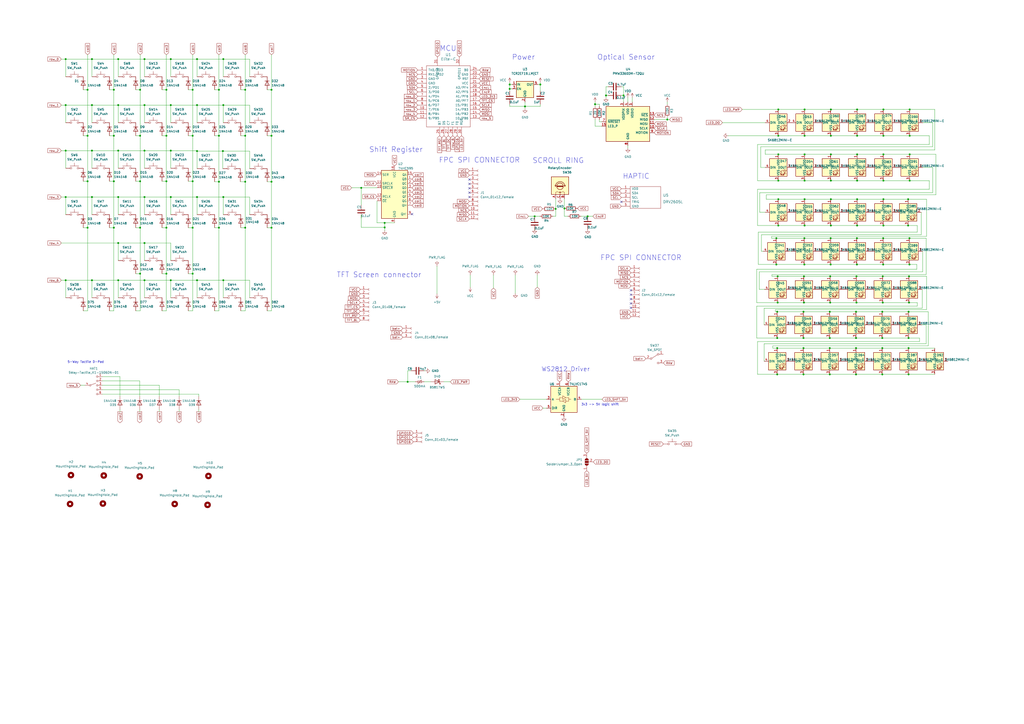
<source format=kicad_sch>
(kicad_sch (version 20211123) (generator eeschema)
  (paper "A2")
  (junction (at 114.3 87.63))
  (junction (at 450.342 153.416))
  (junction (at 322.326 121.158))
  (junction (at 511.81 196.088))
  (junction (at 157.48 105.41))
  (junction (at 497.205 130.81))
  (junction (at 496.824 175.514))
  (junction (at 466.09 196.088))
  (junction (at 512.445 104.775))
  (junction (at 451.485 130.81))
  (junction (at 129.54 34.29))
  (junction (at 451.104 160.274))
  (junction (at 497.078 138.176))
  (junction (at 527.05 180.848))
  (junction (at 53.34 34.29))
  (junction (at 527.685 63.5))
  (junction (at 111.76 105.156))
  (junction (at 129.54 60.96))
  (junction (at 496.57 196.088))
  (junction (at 111.76 158.75))
  (junction (at 53.34 87.376))
  (junction (at 50.8 78.74))
  (junction (at 450.85 217.17))
  (junction (at 512.445 78.74))
  (junction (at 512.445 89.535))
  (junction (at 512.445 63.5))
  (junction (at 142.24 52.07))
  (junction (at 481.584 160.274))
  (junction (at 96.52 158.75))
  (junction (at 68.58 34.29))
  (junction (at 50.8 132.08))
  (junction (at 83.82 162.56))
  (junction (at 466.598 153.416))
  (junction (at 512.318 138.176))
  (junction (at 340.868 125.476))
  (junction (at 527.05 201.93))
  (junction (at 83.82 140.97))
  (junction (at 114.3 114.3))
  (junction (at 481.965 104.775))
  (junction (at 114.3 162.56))
  (junction (at 295.656 51.562))
  (junction (at 497.078 153.416))
  (junction (at 114.3 60.96))
  (junction (at 496.824 160.274))
  (junction (at 450.85 196.088))
  (junction (at 53.34 60.96))
  (junction (at 127 52.07))
  (junction (at 157.48 52.07))
  (junction (at 527.685 104.775))
  (junction (at 466.725 63.5))
  (junction (at 512.318 153.416))
  (junction (at 66.04 78.74))
  (junction (at 223.139 129.286))
  (junction (at 527.05 196.088))
  (junction (at 83.82 87.376))
  (junction (at 38.1 34.29))
  (junction (at 527.558 153.416))
  (junction (at 142.24 105.41))
  (junction (at 209.55 108.966))
  (junction (at 450.85 180.848))
  (junction (at 38.1 60.96))
  (junction (at 66.04 105.156))
  (junction (at 81.28 52.07))
  (junction (at 496.57 180.848))
  (junction (at 512.064 160.274))
  (junction (at 512.064 175.514))
  (junction (at 527.558 138.176))
  (junction (at 96.52 52.07))
  (junction (at 481.965 63.5))
  (junction (at 127 78.74))
  (junction (at 466.598 138.176))
  (junction (at 111.76 78.74))
  (junction (at 81.28 105.156))
  (junction (at 99.06 60.96))
  (junction (at 497.205 115.57))
  (junction (at 50.8 52.07))
  (junction (at 481.965 115.57))
  (junction (at 451.485 115.57))
  (junction (at 68.58 162.56))
  (junction (at 466.725 130.81))
  (junction (at 481.33 196.088))
  (junction (at 511.81 201.93))
  (junction (at 99.06 114.3))
  (junction (at 38.1 114.3))
  (junction (at 127 132.08))
  (junction (at 512.445 130.81))
  (junction (at 481.33 217.17))
  (junction (at 96.52 78.74))
  (junction (at 142.24 78.74))
  (junction (at 466.725 104.775))
  (junction (at 481.838 153.416))
  (junction (at 68.58 87.376))
  (junction (at 481.584 175.514))
  (junction (at 83.82 34.29))
  (junction (at 387.096 69.342))
  (junction (at 496.57 201.93))
  (junction (at 527.685 78.74))
  (junction (at 512.445 115.57))
  (junction (at 466.725 115.57))
  (junction (at 345.186 60.452))
  (junction (at 157.48 132.08))
  (junction (at 327.406 120.904))
  (junction (at 450.85 201.93))
  (junction (at 81.28 158.75))
  (junction (at 157.48 78.74))
  (junction (at 96.52 132.08))
  (junction (at 50.8 105.156))
  (junction (at 466.725 89.535))
  (junction (at 481.33 180.848))
  (junction (at 497.205 78.74))
  (junction (at 236.474 221.488))
  (junction (at 481.965 78.74))
  (junction (at 129.54 114.3))
  (junction (at 114.3 34.29))
  (junction (at 66.04 52.07))
  (junction (at 99.06 34.29))
  (junction (at 38.1 87.376))
  (junction (at 68.58 60.96))
  (junction (at 129.54 162.56))
  (junction (at 527.304 175.514))
  (junction (at 304.546 61.722))
  (junction (at 96.52 105.156))
  (junction (at 511.81 217.17))
  (junction (at 38.1 162.56))
  (junction (at 527.685 89.535))
  (junction (at 81.28 78.74))
  (junction (at 466.09 201.93))
  (junction (at 66.04 132.08))
  (junction (at 53.34 162.56))
  (junction (at 68.58 140.97))
  (junction (at 99.06 162.56))
  (junction (at 313.436 49.022))
  (junction (at 466.09 217.17))
  (junction (at 451.104 175.514))
  (junction (at 466.09 180.848))
  (junction (at 526.796 115.57))
  (junction (at 451.485 63.5))
  (junction (at 223.139 131.9259))
  (junction (at 526.796 130.81))
  (junction (at 466.725 78.74))
  (junction (at 450.342 138.176))
  (junction (at 481.838 138.176))
  (junction (at 111.76 52.07))
  (junction (at 83.82 60.96))
  (junction (at 81.28 132.08))
  (junction (at 351.536 55.372))
  (junction (at 142.24 132.08))
  (junction (at 83.82 114.3))
  (junction (at 451.485 104.775))
  (junction (at 310.134 125.476))
  (junction (at 497.205 63.5))
  (junction (at 466.344 160.274))
  (junction (at 511.81 180.848))
  (junction (at 527.05 217.17))
  (junction (at 127 105.41))
  (junction (at 111.76 132.08))
  (junction (at 466.344 175.514))
  (junction (at 481.965 89.535))
  (junction (at 451.485 78.74))
  (junction (at 68.58 114.3))
  (junction (at 99.06 87.376))
  (junction (at 481.33 201.93))
  (junction (at 497.205 89.535))
  (junction (at 295.656 49.022))
  (junction (at 527.304 160.274))
  (junction (at 53.34 114.3))
  (junction (at 361.696 55.372))
  (junction (at 481.965 130.81))
  (junction (at 129.286 87.63))
  (junction (at 496.57 217.17))
  (junction (at 497.205 104.775))
  (junction (at 451.485 89.535))
  (no_connect (at 366.014 178.562))
  (no_connect (at 272.288 111.76))
  (no_connect (at 366.014 170.942))
  (no_connect (at 272.288 114.3))
  (no_connect (at 272.288 104.14))
  (no_connect (at 366.014 173.482))
  (no_connect (at 239.014 124.206))
  (no_connect (at 360.426 117.094))
  (no_connect (at 366.014 168.402))
  (no_connect (at 272.288 109.22))
  (no_connect (at 272.288 106.68))
  (no_connect (at 366.014 176.022))
  (wire (pts (xy 527.685 104.775) (xy 539.115 104.775)))
  (wire (pts (xy 440.436 157.734) (xy 440.436 167.894)))
  (wire (pts (xy 526.796 115.57) (xy 537.464 115.57)))
  (wire (pts (xy 512.445 63.5) (xy 527.685 63.5)))
  (wire (pts (xy 142.24 132.08) (xy 142.24 180.34)))
  (wire (pts (xy 466.598 138.176) (xy 481.838 138.176)))
  (wire (pts (xy 387.096 69.342) (xy 388.366 69.342)))
  (wire (pts (xy 92.456 237.49) (xy 92.456 238.76)))
  (wire (pts (xy 203.962 108.966) (xy 209.55 108.966)))
  (wire (pts (xy 81.28 180.34) (xy 78.74 180.34)))
  (wire (pts (xy 111.76 52.07) (xy 111.76 78.74)))
  (wire (pts (xy 50.8 78.74) (xy 48.26 78.74)))
  (wire (pts (xy 144.78 162.56) (xy 144.78 172.72)))
  (wire (pts (xy 351.536 55.372) (xy 351.536 50.292)))
  (wire (pts (xy 53.34 114.3) (xy 68.58 114.3)))
  (wire (pts (xy 466.725 78.74) (xy 481.965 78.74)))
  (wire (pts (xy 387.096 69.342) (xy 387.096 68.072)))
  (wire (pts (xy 209.5764 124.5613) (xy 209.55 126.492)))
  (wire (pts (xy 531.876 156.21) (xy 438.912 156.21)))
  (wire (pts (xy 537.464 179.578) (xy 449.834 179.578)))
  (wire (pts (xy 366.776 56.642) (xy 366.776 59.182)))
  (wire (pts (xy 78.74 158.75) (xy 81.28 158.75)))
  (wire (pts (xy 81.28 78.74) (xy 81.28 105.156)))
  (wire (pts (xy 451.104 160.274) (xy 466.344 160.274)))
  (wire (pts (xy 481.838 153.416) (xy 497.078 153.416)))
  (wire (pts (xy 535.305 97.155) (xy 541.02 97.155)))
  (wire (pts (xy 38.1 60.96) (xy 53.34 60.96)))
  (wire (pts (xy 103.886 226.06) (xy 103.886 229.87)))
  (wire (pts (xy 537.464 115.57) (xy 537.464 137.16)))
  (wire (pts (xy 69.596 237.49) (xy 69.596 238.76)))
  (wire (pts (xy 527.304 175.514) (xy 532.13 175.514)))
  (wire (pts (xy 83.82 114.3) (xy 99.06 114.3)))
  (wire (pts (xy 541.02 71.12) (xy 541.02 85.09)))
  (wire (pts (xy 481.965 63.5) (xy 497.205 63.5)))
  (wire (pts (xy 111.76 78.74) (xy 111.76 105.156)))
  (wire (pts (xy 53.34 162.56) (xy 68.58 162.56)))
  (wire (pts (xy 114.3 114.3) (xy 114.3 124.46)))
  (wire (pts (xy 443.23 199.39) (xy 537.21 199.39)))
  (wire (pts (xy 440.69 111.76) (xy 440.69 123.19)))
  (wire (pts (xy 534.924 178.816) (xy 443.23 178.816)))
  (wire (pts (xy 99.06 114.3) (xy 114.3 114.3)))
  (wire (pts (xy 542.29 86.995) (xy 443.865 86.995)))
  (wire (pts (xy 450.85 201.93) (xy 466.09 201.93)))
  (wire (pts (xy 322.326 115.316) (xy 322.326 121.158)))
  (wire (pts (xy 451.485 130.81) (xy 466.725 130.81)))
  (wire (pts (xy 223.139 131.9259) (xy 223.139 133.731)))
  (wire (pts (xy 83.82 60.96) (xy 83.82 71.12)))
  (wire (pts (xy 466.725 115.57) (xy 481.965 115.57)))
  (wire (pts (xy 53.34 124.46) (xy 53.34 114.3)))
  (wire (pts (xy 481.965 130.81) (xy 497.205 130.81)))
  (wire (pts (xy 99.06 87.376) (xy 114.3 87.376)))
  (wire (pts (xy 35.56 34.29) (xy 38.1 34.29)))
  (wire (pts (xy 466.09 196.088) (xy 481.33 196.088)))
  (wire (pts (xy 114.3 87.63) (xy 114.3 97.79)))
  (wire (pts (xy 142.24 78.74) (xy 142.24 105.41)))
  (wire (pts (xy 59.436 220.98) (xy 81.026 220.98)))
  (wire (pts (xy 497.205 63.5) (xy 512.445 63.5)))
  (wire (pts (xy 114.3 34.29) (xy 129.54 34.29)))
  (wire (pts (xy 68.58 34.29) (xy 83.82 34.29)))
  (wire (pts (xy 129.54 60.96) (xy 144.78 60.96)))
  (wire (pts (xy 481.33 196.088) (xy 496.57 196.088)))
  (wire (pts (xy 83.82 87.376) (xy 83.82 97.536)))
  (wire (pts (xy 533.4 198.12) (xy 533.4 196.088)))
  (wire (pts (xy 157.48 78.74) (xy 157.48 105.41)))
  (wire (pts (xy 66.04 105.156) (xy 66.04 132.08)))
  (wire (pts (xy 361.696 50.292) (xy 360.426 50.292)))
  (wire (pts (xy 114.3 87.376) (xy 114.3 87.63)))
  (wire (pts (xy 129.54 162.56) (xy 144.78 162.56)))
  (wire (pts (xy 253.492 154.432) (xy 253.492 170.434)))
  (wire (pts (xy 438.912 196.088) (xy 450.85 196.088)))
  (wire (pts (xy 512.445 104.775) (xy 527.685 104.775)))
  (wire (pts (xy 538.48 200.66) (xy 538.48 180.848)))
  (wire (pts (xy 99.06 140.97) (xy 99.06 151.13)))
  (wire (pts (xy 53.34 87.376) (xy 53.34 97.536)))
  (wire (pts (xy 127 78.74) (xy 124.46 78.74)))
  (wire (pts (xy 527.304 160.274) (xy 537.464 160.274)))
  (wire (pts (xy 272.796 166.624) (xy 272.796 159.512)))
  (wire (pts (xy 337.312 231.648) (xy 349.25 231.648)))
  (wire (pts (xy 439.42 104.775) (xy 451.485 104.775)))
  (wire (pts (xy 38.1 34.29) (xy 53.34 34.29)))
  (wire (pts (xy 447.548 137.16) (xy 447.548 138.176)))
  (wire (pts (xy 49.276 223.52) (xy 46.736 223.52)))
  (wire (pts (xy 209.5764 124.5613) (xy 209.5764 131.9273)))
  (wire (pts (xy 99.06 60.96) (xy 99.06 71.12)))
  (wire (pts (xy 310.134 125.984) (xy 310.134 125.476)))
  (wire (pts (xy 541.02 111.76) (xy 440.69 111.76)))
  (wire (pts (xy 361.696 55.372) (xy 360.426 55.372)))
  (wire (pts (xy 449.834 180.848) (xy 450.85 180.848)))
  (wire (pts (xy 69.596 218.44) (xy 69.596 229.87)))
  (wire (pts (xy 511.81 201.93) (xy 527.05 201.93)))
  (wire (pts (xy 127 78.74) (xy 127 105.41)))
  (wire (pts (xy 364.236 56.642) (xy 364.236 59.182)))
  (wire (pts (xy 301.498 231.648) (xy 316.992 231.648)))
  (wire (pts (xy 298.958 159.512) (xy 298.958 170.18)))
  (wire (pts (xy 114.3 162.56) (xy 129.54 162.56)))
  (wire (pts (xy 83.82 60.96) (xy 99.06 60.96)))
  (wire (pts (xy 111.76 105.156) (xy 111.76 132.08)))
  (wire (pts (xy 142.24 132.08) (xy 139.7 132.08)))
  (wire (pts (xy 223.139 129.286) (xy 223.139 131.9259)))
  (wire (pts (xy 142.24 105.41) (xy 142.24 132.08)))
  (wire (pts (xy 497.205 115.57) (xy 512.445 115.57)))
  (wire (pts (xy 83.82 114.3) (xy 83.82 124.46)))
  (wire (pts (xy 496.57 201.93) (xy 511.81 201.93)))
  (wire (pts (xy 422.402 78.74) (xy 451.485 78.74)))
  (wire (pts (xy 481.584 175.514) (xy 496.824 175.514)))
  (wire (pts (xy 257.429 221.488) (xy 261.239 221.488)))
  (wire (pts (xy 481.838 138.176) (xy 497.078 138.176)))
  (wire (pts (xy 78.74 132.08) (xy 81.28 132.08)))
  (wire (pts (xy 245.999 215.138) (xy 246.634 215.138)))
  (wire (pts (xy 532.13 177.546) (xy 438.912 177.546)))
  (wire (pts (xy 443.23 178.816) (xy 443.23 188.468)))
  (wire (pts (xy 379.476 69.342) (xy 387.096 69.342)))
  (wire (pts (xy 157.48 78.74) (xy 154.94 78.74)))
  (wire (pts (xy 466.344 175.514) (xy 481.584 175.514)))
  (wire (pts (xy 286.258 159.512) (xy 286.258 167.132)))
  (wire (pts (xy 157.48 180.34) (xy 154.94 180.34)))
  (wire (pts (xy 466.09 217.17) (xy 481.33 217.17)))
  (wire (pts (xy 38.1 34.29) (xy 38.1 44.45)))
  (wire (pts (xy 35.56 162.56) (xy 38.1 162.56)))
  (wire (pts (xy 68.58 114.3) (xy 83.82 114.3)))
  (wire (pts (xy 127 78.74) (xy 127 52.07)))
  (wire (pts (xy 443.865 86.995) (xy 443.865 89.535)))
  (wire (pts (xy 511.81 217.17) (xy 527.05 217.17)))
  (wire (pts (xy 96.52 78.74) (xy 93.98 78.74)))
  (wire (pts (xy 311.658 166.624) (xy 311.658 159.512)))
  (wire (pts (xy 541.02 97.155) (xy 541.02 111.76)))
  (wire (pts (xy 419.1 71.12) (xy 443.865 71.12)))
  (wire (pts (xy 144.78 87.63) (xy 144.78 97.79)))
  (wire (pts (xy 451.104 175.514) (xy 466.344 175.514)))
  (wire (pts (xy 236.474 215.138) (xy 238.379 215.138)))
  (wire (pts (xy 66.04 52.07) (xy 66.04 78.74)))
  (wire (pts (xy 450.85 217.17) (xy 466.09 217.17)))
  (wire (pts (xy 512.064 160.274) (xy 527.304 160.274)))
  (wire (pts (xy 497.205 104.775) (xy 512.445 104.775)))
  (wire (pts (xy 53.34 162.56) (xy 53.34 172.72)))
  (wire (pts (xy 512.445 78.74) (xy 527.685 78.74)))
  (wire (pts (xy 347.726 60.452) (xy 345.186 60.452)))
  (wire (pts (xy 481.965 115.57) (xy 497.205 115.57)))
  (wire (pts (xy 534.416 123.19) (xy 534.416 136.144)))
  (wire (pts (xy 361.696 55.372) (xy 361.696 50.292)))
  (wire (pts (xy 534.924 167.894) (xy 534.924 178.816)))
  (wire (pts (xy 496.824 160.274) (xy 512.064 160.274)))
  (wire (pts (xy 481.584 160.274) (xy 496.824 160.274)))
  (wire (pts (xy 218.694 116.586) (xy 218.694 129.286)))
  (wire (pts (xy 236.474 215.138) (xy 236.474 221.488)))
  (wire (pts (xy 441.7188 136.1459) (xy 534.416 136.144)))
  (wire (pts (xy 111.76 180.34) (xy 109.22 180.34)))
  (wire (pts (xy 277.876 40.64) (xy 278.13 40.64)))
  (wire (pts (xy 81.28 31.75) (xy 81.28 52.07)))
  (wire (pts (xy 78.74 105.156) (xy 81.28 105.156)))
  (wire (pts (xy 340.868 125.476) (xy 343.916 125.476)))
  (wire (pts (xy 531.876 153.416) (xy 531.876 156.21)))
  (wire (pts (xy 539.115 104.775) (xy 539.115 109.855)))
  (wire (pts (xy 497.205 89.535) (xy 512.445 89.535)))
  (wire (pts (xy 38.1 114.3) (xy 53.34 114.3)))
  (wire (pts (xy 127 52.07) (xy 124.46 52.07)))
  (wire (pts (xy 526.796 130.81) (xy 532.13 130.81)))
  (wire (pts (xy 129.54 114.3) (xy 144.78 114.3)))
  (wire (pts (xy 447.548 138.176) (xy 450.342 138.176)))
  (wire (pts (xy 114.3 34.29) (xy 114.3 44.45)))
  (wire (pts (xy 66.04 31.75) (xy 66.04 52.07)))
  (wire (pts (xy 527.05 217.17) (xy 542.29 217.17)))
  (wire (pts (xy 535.305 71.12) (xy 541.02 71.12)))
  (wire (pts (xy 449.834 179.578) (xy 449.834 180.848)))
  (wire (pts (xy 144.78 60.96) (xy 144.78 71.12)))
  (wire (pts (xy 527.558 138.176) (xy 537.21 138.176)))
  (wire (pts (xy 511.81 196.088) (xy 527.05 196.088)))
  (wire (pts (xy 481.33 180.848) (xy 496.57 180.848)))
  (wire (pts (xy 439.42 198.12) (xy 533.4 198.12)))
  (wire (pts (xy 228.854 129.286) (xy 223.139 129.286)))
  (wire (pts (xy 129.54 34.29) (xy 144.78 34.29)))
  (wire (pts (xy 295.656 61.722) (xy 304.546 61.722)))
  (wire (pts (xy 527.05 201.93) (xy 542.29 201.93)))
  (wire (pts (xy 497.205 78.74) (xy 512.445 78.74)))
  (wire (pts (xy 451.485 63.5) (xy 466.725 63.5)))
  (wire (pts (xy 109.22 132.08) (xy 111.76 132.08)))
  (wire (pts (xy 430.53 63.5) (xy 451.485 63.5)))
  (wire (pts (xy 68.58 140.97) (xy 83.82 140.97)))
  (wire (pts (xy 441.325 85.09) (xy 441.325 97.155)))
  (wire (pts (xy 512.445 115.57) (xy 526.796 115.57)))
  (wire (pts (xy 129.54 60.96) (xy 129.54 71.12)))
  (wire (pts (xy 439.42 217.17) (xy 439.42 198.12)))
  (wire (pts (xy 512.318 153.416) (xy 527.558 153.416)))
  (wire (pts (xy 83.82 151.13) (xy 83.82 140.97)))
  (wire (pts (xy 157.48 31.75) (xy 157.48 52.07)))
  (wire (pts (xy 99.06 114.3) (xy 99.06 124.46)))
  (wire (pts (xy 313.436 61.722) (xy 304.546 61.722)))
  (wire (pts (xy 142.24 180.34) (xy 139.7 180.34)))
  (wire (pts (xy 53.34 87.376) (xy 68.58 87.376)))
  (wire (pts (xy 361.696 55.372) (xy 361.696 59.182)))
  (wire (pts (xy 96.52 158.75) (xy 96.52 180.34)))
  (wire (pts (xy 450.85 180.848) (xy 466.09 180.848)))
  (wire (pts (xy 438.912 156.21) (xy 438.912 175.514)))
  (wire (pts (xy 48.26 105.156) (xy 50.8 105.156)))
  (wire (pts (xy 444.5 113.03) (xy 444.5 115.57)))
  (wire (pts (xy 441.325 97.155) (xy 443.865 97.155)))
  (wire (pts (xy 59.436 228.6) (xy 115.316 228.6)))
  (wire (pts (xy 439.42 217.17) (xy 450.85 217.17)))
  (wire (pts (xy 124.46 132.08) (xy 127 132.08)))
  (wire (pts (xy 129.286 87.63) (xy 144.78 87.63)))
  (wire (pts (xy 327.406 125.476) (xy 329.438 125.476)))
  (wire (pts (xy 81.28 180.34) (xy 81.28 158.75)))
  (wire (pts (xy 322.326 121.158) (xy 322.326 125.476)))
  (wire (pts (xy 66.04 180.34) (xy 63.5 180.34)))
  (wire (pts (xy 142.24 78.74) (xy 139.7 78.74)))
  (wire (pts (xy 537.21 188.468) (xy 534.67 188.468)))
  (wire (pts (xy 313.436 47.752) (xy 313.436 49.022)))
  (wire (pts (xy 537.21 138.176) (xy 537.21 159.258)))
  (wire (pts (xy 466.725 104.775) (xy 481.965 104.775)))
  (wire (pts (xy 441.7188 136.1459) (xy 441.706 145.796)))
  (wire (pts (xy 38.1 162.56) (xy 53.34 162.56)))
  (wire (pts (xy 351.536 56.642) (xy 351.536 55.372)))
  (wire (pts (xy 527.685 78.74) (xy 539.115 78.74)))
  (wire (pts (xy 439.928 153.416) (xy 450.342 153.416)))
  (wire (pts (xy 345.186 59.182) (xy 345.186 60.452)))
  (wire (pts (xy 38.1 172.72) (xy 38.1 162.56)))
  (wire (pts (xy 96.52 105.156) (xy 93.98 105.156)))
  (wire (pts (xy 466.725 63.5) (xy 481.965 63.5)))
  (wire (pts (xy 466.598 153.416) (xy 481.838 153.416)))
  (wire (pts (xy 59.436 223.52) (xy 92.456 223.52)))
  (wire (pts (xy 157.48 105.41) (xy 157.48 132.08)))
  (wire (pts (xy 512.445 89.535) (xy 527.685 89.535)))
  (wire (pts (xy 66.04 132.08) (xy 66.04 180.34)))
  (wire (pts (xy 68.58 87.376) (xy 68.58 97.536)))
  (wire (pts (xy 83.82 34.29) (xy 99.06 34.29)))
  (wire (pts (xy 129.286 87.63) (xy 129.286 97.79)))
  (wire (pts (xy 466.725 130.81) (xy 481.965 130.81)))
  (wire (pts (xy 295.656 51.562) (xy 295.656 49.022)))
  (wire (pts (xy 304.546 61.722) (xy 304.546 62.992)))
  (wire (pts (xy 114.3 60.96) (xy 114.3 71.12)))
  (wire (pts (xy 81.28 132.08) (xy 81.28 158.75)))
  (wire (pts (xy 439.928 134.62) (xy 439.928 153.416)))
  (wire (pts (xy 109.22 52.07) (xy 111.76 52.07)))
  (wire (pts (xy 66.04 78.74) (xy 63.5 78.74)))
  (wire (pts (xy 539.115 78.74) (xy 539.115 83.82)))
  (wire (pts (xy 466.09 201.93) (xy 481.33 201.93)))
  (wire (pts (xy 114.3 87.63) (xy 129.286 87.63)))
  (wire (pts (xy 157.48 132.08) (xy 154.94 132.08)))
  (wire (pts (xy 541.02 85.09) (xy 441.325 85.09)))
  (wire (pts (xy 519.176 123.19) (xy 520.065 123.19)))
  (wire (pts (xy 387.096 59.182) (xy 387.096 60.452)))
  (wire (pts (xy 83.82 87.376) (xy 99.06 87.376)))
  (wire (pts (xy 66.04 78.74) (xy 66.04 105.156)))
  (wire (pts (xy 447.802 160.274) (xy 451.104 160.274)))
  (wire (pts (xy 114.3 114.3) (xy 129.54 114.3)))
  (wire (pts (xy 127 105.41) (xy 124.46 105.41)))
  (wire (pts (xy 142.24 52.07) (xy 142.24 78.74)))
  (wire (pts (xy 537.21 199.39) (xy 537.21 188.468)))
  (wire (pts (xy 50.8 78.74) (xy 50.8 52.07)))
  (wire (pts (xy 157.48 105.41) (xy 154.94 105.41)))
  (wire (pts (xy 99.06 34.29) (xy 99.06 44.45)))
  (wire (pts (xy 114.3 60.96) (xy 129.54 60.96)))
  (wire (pts (xy 448.31 201.93) (xy 448.31 200.66)))
  (wire (pts (xy 96.52 52.07) (xy 93.98 52.07)))
  (wire (pts (xy 542.925 113.03) (xy 444.5 113.03)))
  (wire (pts (xy 481.33 201.93) (xy 496.57 201.93)))
  (wire (pts (xy 538.48 180.848) (xy 527.05 180.848)))
  (wire (pts (xy 96.52 78.74) (xy 96.52 105.156)))
  (wire (pts (xy 347.726 61.722) (xy 347.726 60.452)))
  (wire (pts (xy 448.31 201.93) (xy 450.85 201.93)))
  (wire (pts (xy 115.316 228.6) (xy 115.316 229.87)))
  (wire (pts (xy 466.09 180.848) (xy 481.33 180.848)))
  (wire (pts (xy 497.205 130.81) (xy 512.445 130.81)))
  (wire (pts (xy 535.178 157.734) (xy 440.436 157.734)))
  (wire (pts (xy 81.026 237.49) (xy 81.026 238.76)))
  (wire (pts (xy 99.06 60.96) (xy 114.3 60.96)))
  (wire (pts (xy 81.28 52.07) (xy 78.74 52.07)))
  (wire (pts (xy 38.1 114.3) (xy 38.1 124.46)))
  (wire (pts (xy 532.13 130.81) (xy 532.13 134.62)))
  (wire (pts (xy 511.81 180.848) (xy 527.05 180.848)))
  (wire (pts (xy 38.1 71.12) (xy 38.1 60.96)))
  (wire (pts (xy 348.996 70.612) (xy 347.726 70.612)))
  (wire (pts (xy 481.965 78.74) (xy 497.205 78.74)))
  (wire (pts (xy 48.26 132.08) (xy 50.8 132.08)))
  (wire (pts (xy 68.58 162.56) (xy 68.58 172.72)))
  (wire (pts (xy 481.965 104.775) (xy 497.205 104.775)))
  (wire (pts (xy 93.98 132.08) (xy 96.52 132.08)))
  (wire (pts (xy 295.656 49.022) (xy 296.926 49.022)))
  (wire (pts (xy 127 31.75) (xy 127 52.07)))
  (wire (pts (xy 111.76 158.75) (xy 111.76 180.34)))
  (wire (pts (xy 352.806 50.292) (xy 351.536 50.292)))
  (wire (pts (xy 451.485 115.57) (xy 466.725 115.57)))
  (wire (pts (xy 527.685 89.535) (xy 542.925 89.535)))
  (wire (pts (xy 103.886 237.49) (xy 103.886 238.76)))
  (wire (pts (xy 144.78 114.3) (xy 144.78 124.46)))
  (wire (pts (xy 66.04 105.156) (xy 63.5 105.156)))
  (wire (pts (xy 157.48 52.07) (xy 157.48 78.74)))
  (wire (pts (xy 129.54 34.29) (xy 129.54 44.45)))
  (wire (pts (xy 537.21 159.258) (xy 447.802 159.258)))
  (wire (pts (xy 496.57 180.848) (xy 511.81 180.848)))
  (wire (pts (xy 83.82 140.97) (xy 99.06 140.97)))
  (wire (pts (xy 59.436 218.44) (xy 69.596 218.44)))
  (wire (pts (xy 327.406 115.316) (xy 327.406 120.904)))
  (wire (pts (xy 111.76 31.75) (xy 111.76 52.07)))
  (wire (pts (xy 96.52 132.08) (xy 96.52 158.75)))
  (wire (pts (xy 438.912 175.514) (xy 451.104 175.514)))
  (wire (pts (xy 231.14 221.488) (xy 236.474 221.488)))
  (wire (pts (xy 154.94 52.07) (xy 157.48 52.07)))
  (wire (pts (xy 68.58 114.3) (xy 68.58 124.46)))
  (wire (pts (xy 327.406 120.904) (xy 327.406 125.476)))
  (wire (pts (xy 542.925 89.535) (xy 542.925 113.03)))
  (wire (pts (xy 218.694 129.286) (xy 223.139 129.286)))
  (wire (pts (xy 209.55 118.872) (xy 209.55 108.966)))
  (wire (pts (xy 68.58 60.96) (xy 83.82 60.96)))
  (wire (pts (xy 99.06 87.376) (xy 99.06 97.536)))
  (wire (pts (xy 68.58 60.96) (xy 68.58 71.12)))
  (wire (pts (xy 466.725 89.535) (xy 481.965 89.535)))
  (wire (pts (xy 443.865 89.535) (xy 451.485 89.535)))
  (wire (pts (xy 481.33 217.17) (xy 496.57 217.17)))
  (wire (pts (xy 50.8 180.34) (xy 48.26 180.34)))
  (wire (pts (xy 127 180.34) (xy 124.46 180.34)))
  (wire (pts (xy 314.96 236.728) (xy 316.992 236.728)))
  (wire (pts (xy 127 105.41) (xy 127 132.08)))
  (wire (pts (xy 99.06 34.29) (xy 114.3 34.29)))
  (wire (pts (xy 439.42 83.82) (xy 439.42 104.775)))
  (wire (pts (xy 139.7 52.07) (xy 142.24 52.07)))
  (wire (pts (xy 50.8 31.75) (xy 50.8 52.07)))
  (wire (pts (xy 532.13 134.62) (xy 439.928 134.62)))
  (wire (pts (xy 96.52 31.75) (xy 96.52 52.07)))
  (wire (pts (xy 96.52 180.34) (xy 93.98 180.34)))
  (wire (pts (xy 99.06 162.56) (xy 99.06 172.72)))
  (wire (pts (xy 320.802 125.476) (xy 322.326 125.476)))
  (wire (pts (xy 313.436 49.022) (xy 313.436 52.832)))
  (wire (pts (xy 440.69 123.19) (xy 443.865 123.19)))
  (wire (pts (xy 481.965 89.535) (xy 497.205 89.535)))
  (wire (pts (xy 450.85 196.088) (xy 466.09 196.088)))
  (wire (pts (xy 59.436 226.06) (xy 103.886 226.06)))
  (wire (pts (xy 337.058 125.476) (xy 340.868 125.476)))
  (wire (pts (xy 466.344 160.274) (xy 481.584 160.274)))
  (wire (pts (xy 35.56 60.96) (xy 38.1 60.96)))
  (wire (pts (xy 542.29 63.5) (xy 542.29 86.995)))
  (wire (pts (xy 537.464 137.16) (xy 447.548 137.16)))
  (wire (pts (xy 209.55 108.966) (xy 218.694 108.966)))
  (wire (pts (xy 81.026 220.98) (xy 81.026 229.87)))
  (wire (pts (xy 527.685 63.5) (xy 542.29 63.5)))
  (wire (pts (xy 38.1 87.376) (xy 53.34 87.376)))
  (wire (pts (xy 83.82 162.56) (xy 83.82 172.72)))
  (wire (pts (xy 111.76 78.74) (xy 109.22 78.74)))
  (wire (pts (xy 439.42 130.81) (xy 451.485 130.81)))
  (wire (pts (xy 496.57 217.17) (xy 511.81 217.17)))
  (wire (pts (xy 496.824 175.514) (xy 512.064 175.514)))
  (wire (pts (xy 81.28 78.74) (xy 78.74 78.74)))
  (wire (pts (xy 313.436 60.452) (xy 313.436 61.722)))
  (wire (pts (xy 129.54 162.56) (xy 129.54 172.72)))
  (wire (pts (xy 93.98 158.75) (xy 96.52 158.75)))
  (wire (pts (xy 450.342 153.416) (xy 466.598 153.416)))
  (wire (pts (xy 96.52 78.74) (xy 96.52 52.07)))
  (wire (pts (xy 111.76 105.156) (xy 109.22 105.156)))
  (wire (pts (xy 68.58 162.56) (xy 83.82 162.56)))
  (wire (pts (xy 245.999 221.488) (xy 249.809 221.488)))
  (wire (pts (xy 96.52 105.156) (xy 96.52 132.08)))
  (wire (pts (xy 38.1 87.376) (xy 38.1 97.536)))
  (wire (pts (xy 295.656 52.832) (xy 295.656 51.562)))
  (wire (pts (xy 144.78 34.29) (xy 144.78 44.45)))
  (wire (pts (xy 312.166 49.022) (xy 313.436 49.022)))
  (wire (pts (xy 50.8 78.74) (xy 50.8 105.156)))
  (wire (pts (xy 53.34 34.29) (xy 68.58 34.29)))
  (wire (pts (xy 512.445 130.81) (xy 526.796 130.81)))
  (wire (pts (xy 535.178 145.796) (xy 535.178 157.734)))
  (wire (pts (xy 68.58 140.97) (xy 68.58 151.13)))
  (wire (pts (xy 450.342 138.176) (xy 466.598 138.176)))
  (wire (pts (xy 447.802 159.258) (xy 447.802 160.274)))
  (wire (pts (xy 539.115 109.855) (xy 439.42 109.855)))
  (wire (pts (xy 53.34 60.96) (xy 68.58 60.96)))
  (wire (pts (xy 532.13 175.514) (xy 532.13 177.546)))
  (wire (pts (xy 443.23 209.55) (xy 443.23 199.39)))
  (wire (pts (xy 63.5 52.07) (xy 66.04 52.07)))
  (wire (pts (xy 345.186 73.152) (xy 345.186 69.342)))
  (wire (pts (xy 53.34 34.29) (xy 53.34 44.45)))
  (wire (pts (xy 83.82 34.29) (xy 83.82 44.45)))
  (wire (pts (xy 451.485 104.775) (xy 466.725 104.775)))
  (wire (pts (xy 345.186 60.452) (xy 345.186 61.722)))
  (wire (pts (xy 35.56 87.376) (xy 38.1 87.376)))
  (wire (pts (xy 142.24 31.75) (xy 142.24 52.07)))
  (wire (pts (xy 68.58 34.29) (xy 68.58 44.45)))
  (wire (pts (xy 347.726 70.612) (xy 347.726 69.342)))
  (wire (pts (xy 310.134 133.604) (xy 310.134 132.842)))
  (wire (pts (xy 81.28 78.74) (xy 81.28 52.07)))
  (wire (pts (xy 310.134 125.476) (xy 313.182 125.476)))
  (wire (pts (xy 68.58 87.376) (xy 83.82 87.376)))
  (wire (pts (xy 438.912 177.546) (xy 438.912 196.088)))
  (wire (pts (xy 35.56 140.97) (xy 68.58 140.97)))
  (wire (pts (xy 537.464 160.274) (xy 537.464 179.578)))
  (wire (pts (xy 81.28 105.156) (xy 81.28 132.08)))
  (wire (pts (xy 306.578 125.476) (xy 310.134 125.476)))
  (wire (pts (xy 50.8 132.08) (xy 50.8 180.34)))
  (wire (pts (xy 129.54 114.3) (xy 129.54 124.46)))
  (wire (pts (xy 92.456 223.52) (xy 92.456 229.87)))
  (wire (pts (xy 53.34 60.96) (xy 53.34 71.12)))
  (wire (pts (xy 497.078 153.416) (xy 512.318 153.416)))
  (wire (pts (xy 451.485 89.535) (xy 466.725 89.535)))
  (wire (pts (xy 440.436 167.894) (xy 443.484 167.894)))
  (wire (pts (xy 539.115 83.82) (xy 439.42 83.82)))
  (wire (pts (xy 114.3 162.56) (xy 114.3 172.72)))
  (wire (pts (xy 364.236 85.852) (xy 364.236 84.582)))
  (wire (pts (xy 527.558 153.416) (xy 531.876 153.416)))
  (wire (pts (xy 111.76 132.08) (xy 111.76 158.75)))
  (wire (pts (xy 50.8 105.156) (xy 50.8 132.08)))
  (wire (pts (xy 63.5 132.08) (xy 66.04 132.08)))
  (wire (pts (xy 496.57 196.088) (xy 511.81 196.088)))
  (wire (pts (xy 142.24 105.41) (xy 139.446 105.41)))
  (wire (pts (xy 457.962 145.796) (xy 458.978 145.796)))
  (wire (pts (xy 439.42 109.855) (xy 439.42 130.81)))
  (wire (pts (xy 448.31 200.66) (xy 538.48 200.66)))
  (wire (pts (xy 127 132.08) (xy 127 180.34)))
  (wire (pts (xy 345.186 73.152) (xy 348.996 73.152)))
  (wire (pts (xy 209.5764 131.9273) (xy 223.139 131.9259)))
  (wire (pts (xy 83.82 162.56) (xy 99.06 162.56)))
  (wire (pts (xy 512.064 175.514) (xy 527.304 175.514)))
  (wire (pts (xy 236.474 221.488) (xy 240.919 221.488)))
  (wire (pts (xy 35.56 114.3) (xy 38.1 114.3)))
  (wire (pts (xy 99.06 162.56) (xy 114.3 162.56)))
  (wire (pts (xy 304.546 59.182) (xy 304.546 61.722)))
  (wire (pts (xy 533.4 196.088) (xy 527.05 196.088)))
  (wire (pts (xy 451.485 78.74) (xy 466.725 78.74)))
  (wire (pts (xy 157.48 132.08) (xy 157.48 180.34)))
  (wire (pts (xy 444.5 115.57) (xy 451.485 115.57)))
  (wire (pts (xy 295.656 60.452) (xy 295.656 61.722)))
  (wire (pts (xy 115.316 237.49) (xy 115.316 238.76)))
  (wire (pts (xy 295.656 47.752) (xy 295.656 49.022)))
  (wire (pts (xy 512.318 138.176) (xy 527.558 138.176)))
  (wire (pts (xy 296.926 51.562) (xy 295.656 51.562)))
  (wire (pts (xy 497.078 138.176) (xy 512.318 138.176)))
  (wire (pts (xy 109.22 158.75) (xy 111.76 158.75)))
  (wire (pts (xy 352.806 55.372) (xy 351.536 55.372)))
  (wire (pts (xy 441.706 145.796) (xy 442.722 145.796)))
  (wire (pts (xy 50.8 52.07) (xy 48.26 52.07)))
  (text "WS2812 Driver" (at 314.071 215.773 0) (effects (font (size 2.54 2.54)) (justify left bottom)))
  (text "MCU" (at 255.016 29.972 0) (effects (font (size 2.9972 2.9972)) (justify left bottom)))
  (text "Power" (at 296.926 35.052 0) (effects (font (size 2.9972 2.9972)) (justify left bottom)))
  (text "HAPTIC" (at 361.188 104.14 0) (effects (font (size 2.9972 2.9972)) (justify left bottom)))
  (text "FPC SPI CONNECTOR\n" (at 348.234 151.384 0) (effects (font (size 2.9972 2.9972)) (justify left bottom)))
  (text "Shift Register\n" (at 214.122 88.646 0) (effects (font (size 2.9972 2.9972)) (justify left bottom)))
  (text "Optical Sensor" (at 346.456 35.052 0) (effects (font (size 2.9972 2.9972)) (justify left bottom)))
  (text "FPC SPI CONNECTOR\n" (at 254.508 94.742 0) (effects (font (size 2.9972 2.9972)) (justify left bottom)))
  (text "3v3 -> 5V logic shift" (at 337.185 235.458 0) (effects (font (size 1.27 1.27)) (justify left bottom)))
  (text "SCROLL RING" (at 308.864 94.996 0) (effects (font (size 2.9972 2.9972)) (justify left bottom)))
  (text "5-Way Tactile D-Pad" (at 39.116 210.82 0) (effects (font (size 1.27 1.27)) (justify left bottom)))
  (text "TFT Screen connector" (at 195.326 161.29 0) (effects (font (size 2.9972 2.9972)) (justify left bottom)))
  (global_label "TFT_RST" (shape input) (at 255.016 78.74 270) (property "Intersheet References" "${INTERSHEET_REFS}" (effects hide)))
  (global_label "LED_DO" (shape input) (at 419.1 71.12 180) (property "Intersheet References" "${INTERSHEET_REFS}" (effects hide)))
  (global_label "row_1" (shape input) (at 242.316 58.42 180) (property "Intersheet References" "${INTERSHEET_REFS}" (effects hide)))
  (global_label "VCC" (shape input) (at 324.612 221.488 90) (property "Intersheet References" "${INTERSHEET_REFS}" (effects hide)))
  (global_label "NCS" (shape input) (at 242.316 43.18 180) (property "Intersheet References" "${INTERSHEET_REFS}" (effects hide)))
  (global_label "NCS" (shape input) (at 379.476 66.802 0) (property "Intersheet References" "${INTERSHEET_REFS}" (effects hide)))
  (global_label "col6" (shape output) (at 115.316 238.76 270) (property "Intersheet References" "${INTERSHEET_REFS}" (effects hide)))
  (global_label "NCS" (shape input) (at 366.014 160.782 180) (property "Intersheet References" "${INTERSHEET_REFS}" (effects hide)))
  (global_label "TFT_DC" (shape input) (at 209.042 180.594 180) (property "Intersheet References" "${INTERSHEET_REFS}" (effects hide)))
  (global_label "MISO" (shape input) (at 388.366 69.342 0) (property "Intersheet References" "${INTERSHEET_REFS}" (effects hide)))
  (global_label "LED_DO" (shape input) (at 344.17 267.97 0) (property "Intersheet References" "${INTERSHEET_REFS}" (effects hide)))
  (global_label "col1" (shape input) (at 66.04 31.75 90) (property "Intersheet References" "${INTERSHEET_REFS}" (effects hide)))
  (global_label "GND" (shape input) (at 242.316 45.72 180) (property "Intersheet References" "${INTERSHEET_REFS}" (effects hide)))
  (global_label "MOTION" (shape input) (at 379.476 76.962 0) (property "Intersheet References" "${INTERSHEET_REFS}" (effects hide)))
  (global_label "col5" (shape input) (at 239.014 106.426 0) (property "Intersheet References" "${INTERSHEET_REFS}" (effects hide)))
  (global_label "VCC" (shape input) (at 314.706 121.158 180) (property "Intersheet References" "${INTERSHEET_REFS}" (effects hide)))
  (global_label "col2" (shape input) (at 239.014 114.046 0) (property "Intersheet References" "${INTERSHEET_REFS}" (effects hide)))
  (global_label "TFT_BL" (shape input) (at 209.042 185.674 180) (property "Intersheet References" "${INTERSHEET_REFS}" (effects hide)))
  (global_label "row_3" (shape input) (at 242.316 63.5 180) (property "Intersheet References" "${INTERSHEET_REFS}" (effects hide)))
  (global_label "MOSI" (shape input) (at 209.042 172.974 180) (property "Intersheet References" "${INTERSHEET_REFS}" (effects hide)))
  (global_label "RESET" (shape input) (at 384.81 257.556 180) (property "Intersheet References" "${INTERSHEET_REFS}" (effects hide)))
  (global_label "SCL" (shape input) (at 360.426 114.554 180) (property "Intersheet References" "${INTERSHEET_REFS}" (effects hide)))
  (global_label "row_0" (shape input) (at 35.56 34.29 180) (property "Intersheet References" "${INTERSHEET_REFS}" (effects hide)))
  (global_label "RAW" (shape input) (at 384.81 210.566 0) (property "Intersheet References" "${INTERSHEET_REFS}" (effects hide)))
  (global_label "VCC" (shape input) (at 335.026 120.904 0) (property "Intersheet References" "${INTERSHEET_REFS}" (effects hide)))
  (global_label "GPIO16" (shape input) (at 239.776 256.286 180) (property "Intersheet References" "${INTERSHEET_REFS}" (effects hide)))
  (global_label "GPIO11" (shape input) (at 266.446 33.02 90) (property "Intersheet References" "${INTERSHEET_REFS}" (effects hide)))
  (global_label "row_4" (shape input) (at 242.316 66.04 180) (property "Intersheet References" "${INTERSHEET_REFS}" (effects hide)))
  (global_label "row_1" (shape input) (at 35.56 60.96 180) (property "Intersheet References" "${INTERSHEET_REFS}" (effects hide)))
  (global_label "row_3" (shape input) (at 35.56 114.3 180) (property "Intersheet References" "${INTERSHEET_REFS}" (effects hide)))
  (global_label "col1" (shape input) (at 239.014 116.586 0) (property "Intersheet References" "${INTERSHEET_REFS}" (effects hide)))
  (global_label "VCC" (shape input) (at 209.042 167.894 180) (property "Intersheet References" "${INTERSHEET_REFS}" (effects hide)))
  (global_label "bat+" (shape input) (at 374.65 208.026 180) (property "Intersheet References" "${INTERSHEET_REFS}" (effects hide)))
  (global_label "row_5" (shape input) (at 46.736 223.52 180) (property "Intersheet References" "${INTERSHEET_REFS}" (effects hide)))
  (global_label "EncR" (shape input) (at 343.916 125.476 0) (property "Intersheet References" "${INTERSHEET_REFS}" (effects hide)))
  (global_label "MOTION" (shape input) (at 272.288 119.38 180) (property "Intersheet References" "${INTERSHEET_REFS}" (effects hide)))
  (global_label "GPIO10" (shape input) (at 239.776 251.206 180) (property "Intersheet References" "${INTERSHEET_REFS}" (effects hide)))
  (global_label "SDA" (shape input) (at 242.316 50.8 180) (property "Intersheet References" "${INTERSHEET_REFS}" (effects hide)))
  (global_label "col0" (shape input) (at 50.8 31.75 90) (property "Intersheet References" "${INTERSHEET_REFS}" (effects hide)))
  (global_label "RAW" (shape input) (at 231.14 221.488 180) (property "Intersheet References" "${INTERSHEET_REFS}" (effects hide)))
  (global_label "GND" (shape input) (at 366.014 181.102 180) (property "Intersheet References" "${INTERSHEET_REFS}" (effects hide)))
  (global_label "MOSI" (shape input) (at 272.288 116.84 180) (property "Intersheet References" "${INTERSHEET_REFS}" (effects hide)))
  (global_label "RAW" (shape input) (at 278.13 40.64 0) (property "Intersheet References" "${INTERSHEET_REFS}" (effects hide)))
  (global_label "MOSI" (shape input) (at 379.476 71.882 0) (property "Intersheet References" "${INTERSHEET_REFS}" (effects hide)))
  (global_label "TFT_CS" (shape input) (at 277.876 58.42 0) (property "Intersheet References" "${INTERSHEET_REFS}" (effects hide)))
  (global_label "SCLK" (shape input) (at 218.694 106.426 180) (property "Intersheet References" "${INTERSHEET_REFS}" (effects hide)))
  (global_label "RESET" (shape input) (at 277.876 45.72 0) (property "Intersheet References" "${INTERSHEET_REFS}" (effects hide)))
  (global_label "GND" (shape input) (at 311.658 166.624 270) (property "Intersheet References" "${INTERSHEET_REFS}" (effects hide)))
  (global_label "GND" (shape input) (at 233.68 193.04 180) (property "Intersheet References" "${INTERSHEET_REFS}" (effects hide)))
  (global_label "VCC" (shape input) (at 360.426 109.474 180) (property "Intersheet References" "${INTERSHEET_REFS}" (effects hide)))
  (global_label "SCLK" (shape input) (at 209.042 175.514 180) (property "Intersheet References" "${INTERSHEET_REFS}" (effects hide)))
  (global_label "MOTION" (shape input) (at 366.014 163.322 180) (property "Intersheet References" "${INTERSHEET_REFS}" (effects hide)))
  (global_label "MISO" (shape input) (at 366.014 158.242 180) (property "Intersheet References" "${INTERSHEET_REFS}" (effects hide)))
  (global_label "SCLK" (shape input) (at 272.288 127 180) (property "Intersheet References" "${INTERSHEET_REFS}" (effects hide)))
  (global_label "col6" (shape input) (at 239.014 103.886 0) (property "Intersheet References" "${INTERSHEET_REFS}" (effects hide)))
  (global_label "col4" (shape output) (at 92.456 238.76 270) (property "Intersheet References" "${INTERSHEET_REFS}" (effects hide)))
  (global_label "SDA" (shape input) (at 360.426 112.014 180) (property "Intersheet References" "${INTERSHEET_REFS}" (effects hide)))
  (global_label "RAW" (shape input) (at 329.692 221.488 90) (property "Intersheet References" "${INTERSHEET_REFS}" (effects hide)))
  (global_label "row_4" (shape input) (at 35.56 140.97 180) (property "Intersheet References" "${INTERSHEET_REFS}" (effects hide)))
  (global_label "col4" (shape input) (at 111.76 31.75 90) (property "Intersheet References" "${INTERSHEET_REFS}" (effects hide)))
  (global_label "GND" (shape input) (at 272.288 101.6 180) (property "Intersheet References" "${INTERSHEET_REFS}" (effects hide)))
  (global_label "LED_SHFT_5V" (shape input) (at 340.36 262.89 90) (property "Intersheet References" "${INTERSHEET_REFS}" (effects hide)))
  (global_label "TFT_DC" (shape input) (at 260.096 78.74 270) (property "Intersheet References" "${INTERSHEET_REFS}" (effects hide)))
  (global_label "LED_PWR" (shape input) (at 261.239 221.488 0) (property "Intersheet References" "${INTERSHEET_REFS}" (effects hide)))
  (global_label "col7" (shape input) (at 157.48 31.75 90) (property "Intersheet References" "${INTERSHEET_REFS}" (effects hide)))
  (global_label "GPIO11" (shape input) (at 239.776 253.746 180) (property "Intersheet References" "${INTERSHEET_REFS}" (effects hide)))
  (global_label "SCLK" (shape input) (at 366.014 155.702 180) (property "Intersheet References" "${INTERSHEET_REFS}" (effects hide)))
  (global_label "TFT_BL" (shape input) (at 257.556 78.74 270) (property "Intersheet References" "${INTERSHEET_REFS}" (effects hide)))
  (global_label "EncL" (shape input) (at 277.876 50.8 0) (property "Intersheet References" "${INTERSHEET_REFS}" (effects hide)))
  (global_label "GND" (shape input) (at 360.426 119.634 180) (property "Intersheet References" "${INTERSHEET_REFS}" (effects hide)))
  (global_label "SCL" (shape input) (at 242.316 53.34 180) (property "Intersheet References" "${INTERSHEET_REFS}" (effects hide)))
  (global_label "row_6" (shape input) (at 262.636 78.74 270) (property "Intersheet References" "${INTERSHEET_REFS}" (effects hide)))
  (global_label "MOSI" (shape input) (at 277.876 66.04 0) (property "Intersheet References" "${INTERSHEET_REFS}" (effects hide)))
  (global_label "VCC" (shape input) (at 203.962 108.966 180) (property "Intersheet References" "${INTERSHEET_REFS}" (effects hide)))
  (global_label "col0" (shape input) (at 239.014 119.126 0) (property "Intersheet References" "${INTERSHEET_REFS}" (effects hide)))
  (global_label "GND" (shape input) (at 277.876 43.18 0) (property "Intersheet References" "${INTERSHEET_REFS}" (effects hide)))
  (global_label "VCC" (shape input) (at 272.288 99.06 180) (property "Intersheet References" "${INTERSHEET_REFS}" (effects hide)))
  (global_label "MOSI" (shape input) (at 366.014 165.862 180) (property "Intersheet References" "${INTERSHEET_REFS}" (effects hide)))
  (global_label "VCC" (shape input) (at 286.258 167.132 270) (property "Intersheet References" "${INTERSHEET_REFS}" (effects hide)))
  (global_label "col4" (shape input) (at 239.014 108.966 0) (property "Intersheet References" "${INTERSHEET_REFS}" (effects hide)))
  (global_label "row_5" (shape input) (at 277.876 68.58 0) (property "Intersheet References" "${INTERSHEET_REFS}" (effects hide)))
  (global_label "LED_5V" (shape input) (at 267.716 78.74 270) (property "Intersheet References" "${INTERSHEET_REFS}" (effects hide)))
  (global_label "MOTION" (shape input) (at 242.316 40.64 180) (property "Intersheet References" "${INTERSHEET_REFS}" (effects hide)))
  (global_label "MISO" (shape input) (at 272.288 124.46 180) (property "Intersheet References" "${INTERSHEET_REFS}" (effects hide)))
  (global_label "SR_CS" (shape input) (at 242.316 68.58 180) (property "Intersheet References" "${INTERSHEET_REFS}" (effects hide)))
  (global_label "row_0" (shape input) (at 242.316 55.88 180) (property "Intersheet References" "${INTERSHEET_REFS}" (effects hide)))
  (global_label "LED_5V" (shape input) (at 340.36 273.05 270) (property "Intersheet References" "${INTERSHEET_REFS}" (effects hide)))
  (global_label "col3" (shape input) (at 239.014 111.506 0) (property "Intersheet References" "${INTERSHEET_REFS}" (effects hide)))
  (global_label "EncR" (shape input) (at 277.876 53.34 0) (property "Intersheet References" "${INTERSHEET_REFS}" (effects hide)))
  (global_label "SCLK" (shape input) (at 379.476 74.422 0) (property "Intersheet References" "${INTERSHEET_REFS}" (effects hide)))
  (global_label "MOSI" (shape input) (at 218.694 101.346 180) (property "Intersheet References" "${INTERSHEET_REFS}" (effects hide)))
  (global_label "row_2" (shape input) (at 242.316 60.96 180) (property "Intersheet References" "${INTERSHEET_REFS}" (effects hide)))
  (global_label "VCC" (shape input) (at 314.96 236.728 180) (property "Intersheet References" "${INTERSHEET_REFS}" (effects hide)))
  (global_label "TFT_RST" (shape input) (at 209.042 183.134 180) (property "Intersheet References" "${INTERSHEET_REFS}" (effects hide)))
  (global_label "GND" (shape input) (at 242.316 48.26 180) (property "Intersheet References" "${INTERSHEET_REFS}" (effects hide)))
  (global_label "GND" (shape input) (at 209.042 170.434 180) (property "Intersheet References" "${INTERSHEET_REFS}" (effects hide)))
  (global_label "NCS" (shape input) (at 272.288 121.92 180) (property "Intersheet References" "${INTERSHEET_REFS}" (effects hide)))
  (global_label "bat+" (shape input) (at 233.68 190.5 180) (property "Intersheet References" "${INTERSHEET_REFS}" (effects hide)))
  (global_label "VCC" (shape input) (at 277.876 48.26 0) (property "Intersheet References" "${INTERSHEET_REFS}" (effects hide)))
  (global_label "VCC" (shape input) (at 366.014 183.642 180) (property "Intersheet References" "${INTERSHEET_REFS}" (effects hide)))
  (global_label "col5" (shape input) (at 127 31.75 90) (property "Intersheet References" "${INTERSHEET_REFS}" (effects hide)))
  (global_label "row_6" (shape input) (at 35.56 162.56 180) (property "Intersheet References" "${INTERSHEET_REFS}" (effects hide)))
  (global_label "col7" (shape input) (at 239.014 101.346 0) (property "Intersheet References" "${INTERSHEET_REFS}" (effects hide)))
  (global_label "col2" (shape input) (at 81.28 31.75 90) (property "Intersheet References" "${INTERSHEET_REFS}" (effects hide)))
  (global_label "VCC" (shape input) (at 228.854 96.266 90) (property "Intersheet References" "${INTERSHEET_REFS}" (effects hide)))
  (global_label "TFT_CS" (shape input) (at 209.042 178.054 180) (property "Intersheet References" "${INTERSHEET_REFS}" (effects hide)))
  (global_label "row_2" (shape input) (at 35.56 87.376 180) (property "Intersheet References" "${INTERSHEET_REFS}" (effects hide)))
  (global_label "GND" (shape input) (at 394.97 257.556 0) (property "Intersheet References" "${INTERSHEET_REFS}" (effects hide)))
  (global_label "LED_SHFT_5V" (shape input) (at 349.25 231.648 0) (property "Intersheet References" "${INTERSHEET_REFS}" (effects hide)))
  (global_label "col6" (shape input) (at 142.24 31.75 90) (property "Intersheet References" "${INTERSHEET_REFS}" (effects hide)))
  (global_label "col2" (shape output) (at 69.596 238.76 270) (property "Intersheet References" "${INTERSHEET_REFS}" (effects hide)))
  (global_label "LED_PWR" (shape input) (at 430.53 63.5 180) (property "Intersheet References" "${INTERSHEET_REFS}" (effects hide)))
  (global_label "col3" (shape input) (at 96.52 31.75 90) (property "Intersheet References" "${INTERSHEET_REFS}" (effects hide)))
  (global_label "EncL" (shape input) (at 306.578 125.476 180) (property "Intersheet References" "${INTERSHEET_REFS}" (effects hide)))
  (global_label "col5" (shape output) (at 103.886 238.76 270) (property "Intersheet References" "${INTERSHEET_REFS}" (effects hide)))
  (global_label "SR_CS" (shape input) (at 218.694 114.046 180) (property "Intersheet References" "${INTERSHEET_REFS}" (effects hide)))
  (global_label "MISO" (shape input) (at 277.876 63.5 0) (property "Intersheet References" "${INTERSHEET_REFS}" (effects hide)))
  (global_label "SCLK" (shape input) (at 277.876 60.96 0) (property "Intersheet References" "${INTERSHEET_REFS}" (effects hide)))
  (global_label "LED_3V3" (shape input) (at 301.498 231.648 180) (property "Intersheet References" "${INTERSHEET_REFS}" (effects hide)))
  (global_label "GPIO10" (shape input) (at 253.746 33.02 90) (property "Intersheet References" "${INTERSHEET_REFS}" (effects hide)))
  (global_label "col3" (shape output) (at 81.026 238.76 270) (property "Intersheet References" "${INTERSHEET_REFS}" (effects hide)))
  (global_label "GPIO16" (shape input) (at 265.176 78.74 270) (property "Intersheet References" "${INTERSHEET_REFS}" (effects hide)))
  (global_label "LED_3V3" (shape input) (at 277.876 55.88 0) (property "Intersheet References" "${INTERSHEET_REFS}" (effects hide)))
  (global_label "bat+" (shape input) (at 233.68 195.58 180) (property "Intersheet References" "${INTERSHEET_REFS}" (effects hide)))
  (symbol (lib_id "alaa:Diode_1N4148") (at 63.5 48.26 270) (unit 1)
    (property "Reference" "D4" (at 66.04 46.9899 90) (effects (justify left)))
    (property "Value" "1N4148" (at 66.04 49.5299 90) (effects (justify left)))
    (property "Footprint" "Diode_SMD:D_SOD-123" (effects hide))
    (property "Datasheet" "https://assets.nexperia.com/documents/data-sheet/1N4148_1N4448.pdf" (effects hide))
    (property "LCSC" "C8598" (effects hide))
  )
  (symbol (lib_id "Device:R") (at 333.248 125.476 270) (unit 1)
    (property "Reference" "R7" (at 333.248 122.936 90))
    (property "Value" "10K" (at 333.502 125.476 90))
    (property "Footprint" "Resistor_SMD:R_0805_2012Metric" (effects hide))
    (property "manf#" "ARG05BTC1002" (effects hide))
    (property "LCSC" "C406725" (effects hide))
  )
  (symbol (lib_id "Device:D") (at 115.316 233.68 270) (unit 1)
    (property "Reference" "D39" (at 113.284 234.8484 90) (effects (justify right)))
    (property "Value" "1N4148" (at 113.284 232.537 90) (effects (justify right)))
    (property "Footprint" "Diode_SMD:D_SOD-123" (effects hide))
    (property "Datasheet" "https://assets.nexperia.com/documents/data-sheet/1N4148_1N4448.pdf" (effects hide))
    (property "LCSC" "C8598" (effects hide))
  )
  (symbol (lib_id "alaa:Diode_1N4148") (at 48.26 101.346 270) (unit 1)
    (property "Reference" "D6" (at 50.8 100.0759 90) (effects (justify left)))
    (property "Value" "1N4148" (at 50.8 102.6159 90) (effects (justify left)))
    (property "Footprint" "Diode_SMD:D_SOD-123" (effects hide))
    (property "Datasheet" "https://assets.nexperia.com/documents/data-sheet/1N4148_1N4448.pdf" (effects hide))
    (property "LCSC" "C8598" (effects hide))
  )
  (symbol (lib_id "power:PWR_FLAG") (at 253.492 154.432 0) (unit 1)
    (property "Reference" "#FLG0101" (effects hide))
    (property "Value" "PWR_FLAG" (at 253.492 149.352 0))
  )
  (symbol (lib_id "power:GND") (at 324.866 115.316 0) (unit 1)
    (property "Reference" "#PWR0102" (effects hide))
    (property "Value" "GND" (at 324.993 119.7102 0))
  )
  (symbol (lib_id "Mechanical:MountingHole") (at 41.148 275.59 0) (unit 1)
    (property "Reference" "H2" (at 39.878 267.97 0) (effects (justify left)))
    (property "Value" "MountingHole_Pad" (at 32.258 270.51 0) (effects (justify left)))
    (property "Footprint" "Alaa:MountingHole_M3" (effects hide))
  )
  (symbol (lib_id "alaa:Diode_1N4148") (at 48.26 128.27 270) (unit 1)
    (property "Reference" "D3" (at 50.8 126.9999 90) (effects (justify left)))
    (property "Value" "1N4148" (at 50.8 129.5399 90) (effects (justify left)))
    (property "Footprint" "Diode_SMD:D_SOD-123" (effects hide))
    (property "Datasheet" "https://assets.nexperia.com/documents/data-sheet/1N4148_1N4448.pdf" (effects hide))
    (property "LCSC" "C8598" (effects hide))
  )
  (symbol (lib_id "Connector:Conn_01x08_Female") (at 214.122 175.514 0) (unit 1)
    (property "Reference" "J3" (at 215.9 175.5139 0) (effects (justify left)))
    (property "Value" "Conn_01x08_Female" (at 215.9 178.0539 0) (effects (justify left)))
    (property "Footprint" "Connector_JST:JST_PH_S8B-PH-K_1x08_P2.00mm_Horizontal" (effects hide))
  )
  (symbol (lib_id "kicad-keyboard-parts:SK6812MINI-E") (at 497.205 71.12 0) (unit 1)
    (property "Reference" "D67" (at 500.126 67.31 0))
    (property "Value" "SK6812MINI-E" (at 510.1416 70.1699 0))
    (property "Footprint" "Alaa:MX_SK6812MINI-E_REV" (effects hide))
    (property "Datasheet" "https://cdn-shop.adafruit.com/product-files/2686/SK6812MINI_REV.01-1-2.pdf" (effects hide))
  )
  (symbol (lib_id "power:+5V") (at 253.492 170.434 180) (unit 1)
    (property "Reference" "#PWR0104" (effects hide))
    (property "Value" "+5V" (at 253.492 175.26 0))
  )
  (symbol (lib_id "Mechanical:MountingHole") (at 60.198 275.844 0) (unit 1)
    (property "Reference" "H4" (at 58.928 268.224 0) (effects (justify left)))
    (property "Value" "MountingHole_Pad" (at 51.308 270.764 0) (effects (justify left)))
    (property "Footprint" "Alaa:MountingHole_M3" (effects hide))
  )
  (symbol (lib_id "power:VCC") (at 295.656 47.752 0) (unit 1)
    (property "Reference" "#PWR03" (effects hide))
    (property "Value" "VCC" (at 291.846 46.482 0))
  )
  (symbol (lib_id "Device:R") (at 345.186 65.532 0) (unit 1)
    (property "Reference" "R1" (at 342.646 65.532 90))
    (property "Value" "39" (at 345.186 65.532 90))
    (property "Footprint" "Resistor_SMD:R_0805_2012Metric" (effects hide))
    (property "manf#" "SG73P2ATTD39R0F" (effects hide))
    (property "LCSC" "C514993" (effects hide))
  )
  (symbol (lib_id "Connector:Conn_01x12_Female") (at 371.094 168.402 0) (unit 1)
    (property "Reference" "J2" (at 372.11 168.4019 0) (effects (justify left)))
    (property "Value" "Conn_01x12_Female" (at 372.11 170.9419 0) (effects (justify left)))
    (property "Footprint" "Alaa:FPC-SMD_FPC05012-09200-.5mm-rev" (effects hide))
    (property "LCSC" "C479750" (effects hide))
  )
  (symbol (lib_id "Switch:SW_Push") (at 43.18 97.536 0) (unit 1)
    (property "Reference" "SW6" (at 43.18 89.916 0))
    (property "Value" "SW_Push" (at 43.18 92.456 0))
    (property "Footprint" "Alaa:Kailh_hotswap_only_MX-CHOC" (effects hide))
  )
  (symbol (lib_id "74xx:74HC595") (at 228.854 111.506 0) (unit 1)
    (property "Reference" "U2" (at 230.8734 95.1062 0) (effects (justify left)))
    (property "Value" "74HC595" (at 230.8734 97.6431 0) (effects (justify left)))
    (property "Footprint" "Package_SO:SOIC-16_3.9x9.9mm_P1.27mm" (effects hide))
    (property "Datasheet" "http://www.ti.com/lit/ds/symlink/sn74hc595.pdf" (effects hide))
    (property "LCSC" "C10092" (effects hide))
  )
  (symbol (lib_id "Switch:SW_Push") (at 104.14 71.12 0) (unit 1)
    (property "Reference" "SW19" (at 104.14 63.5 0))
    (property "Value" "SW_Push" (at 104.14 66.04 0))
    (property "Footprint" "Alaa:Kailh_hotswap_only_MX-CHOC" (effects hide))
  )
  (symbol (lib_id "power:GND") (at 246.634 215.138 90) (unit 1)
    (property "Reference" "#PWR0105" (effects hide))
    (property "Value" "GND" (at 250.444 215.1379 90) (effects (justify right)))
  )
  (symbol (lib_id "power:GND") (at 298.958 170.18 0) (unit 1)
    (property "Reference" "#PWR04" (effects hide))
    (property "Value" "GND" (at 302.006 171.4499 0) (effects (justify left)))
  )
  (symbol (lib_id "kicad-keyboard-parts:SK6812MINI-E") (at 451.485 123.19 0) (unit 1)
    (property "Reference" "D48" (at 453.898 119.38 0))
    (property "Value" "SK6812MINI-E" (at 464.4216 122.2399 0))
    (property "Footprint" "Alaa:MX_SK6812MINI-E_REV" (effects hide))
    (property "Datasheet" "https://cdn-shop.adafruit.com/product-files/2686/SK6812MINI_REV.01-1-2.pdf" (effects hide))
  )
  (symbol (lib_id "kicad-keyboard-parts:SK6812MINI-E") (at 527.05 209.55 0) (unit 1)
    (property "Reference" "D87" (at 530.098 205.994 0))
    (property "Value" "SK6812MINI-E" (at 539.9866 208.5999 0))
    (property "Footprint" "Alaa:MX_SK6812MINI-E_REV" (effects hide))
    (property "Datasheet" "https://cdn-shop.adafruit.com/product-files/2686/SK6812MINI_REV.01-1-2.pdf" (effects hide))
  )
  (symbol (lib_id "Device:R") (at 318.516 121.158 270) (unit 1)
    (property "Reference" "R5" (at 318.516 118.618 90))
    (property "Value" "10K" (at 318.77 121.158 90))
    (property "Footprint" "Resistor_SMD:R_0805_2012Metric" (effects hide))
    (property "manf#" "ARG05BTC1002" (effects hide))
    (property "LCSC" "C406725" (effects hide))
  )
  (symbol (lib_id "Switch:SW_Push") (at 134.62 71.12 0) (unit 1)
    (property "Reference" "SW29" (at 134.62 63.5 0))
    (property "Value" "SW_Push" (at 134.62 66.04 0))
    (property "Footprint" "Alaa:Kailh_hotswap_only_MX-CHOC" (effects hide))
  )
  (symbol (lib_id "Switch:SW_Push") (at 119.38 97.79 0) (unit 1)
    (property "Reference" "SW27" (at 119.38 90.17 0))
    (property "Value" "SW_Push" (at 119.38 92.71 0))
    (property "Footprint" "Alaa:Kailh_hotswap_only_MX-CHOC" (effects hide))
  )
  (symbol (lib_id "alaa:Diode_1N4148") (at 109.22 176.53 270) (unit 1)
    (property "Reference" "D79" (at 111.76 175.2599 90) (effects (justify left)))
    (property "Value" "1N4148" (at 111.76 177.7999 90) (effects (justify left)))
    (property "Footprint" "Diode_SMD:D_SOD-123" (effects hide))
    (property "Datasheet" "https://assets.nexperia.com/documents/data-sheet/1N4148_1N4448.pdf" (effects hide))
    (property "LCSC" "C8598" (effects hide))
  )
  (symbol (lib_id "Switch:SW_Push") (at 58.42 97.536 0) (unit 1)
    (property "Reference" "SW10" (at 58.42 89.916 0))
    (property "Value" "SW_Push" (at 58.42 92.456 0))
    (property "Footprint" "Alaa:Kailh_hotswap_only_MX-CHOC" (effects hide))
  )
  (symbol (lib_id "alaa:Helios_SeaPicro") (at 260.096 54.61 0) (unit 1)
    (property "Reference" "U1" (at 260.096 31.75 0) (effects (font (size 1.524 1.524))))
    (property "Value" "Elite-C" (at 260.096 34.29 0) (effects (font (size 1.524 1.524))))
    (property "Footprint" "Alaa:Helios-SeaPicro" (effects hide))
  )
  (symbol (lib_id "Device:C") (at 356.616 50.292 270) (unit 1)
    (property "Reference" "C3" (at 352.806 48.387 90) (effects (justify left)))
    (property "Value" "4.7uF" (at 357.886 49.022 90) (effects (justify left)))
    (property "Footprint" "Capacitor_SMD:C_0805_2012Metric" (effects hide))
    (property "manf#" "0805X475K250CT" (effects hide))
    (property "LCSC" "C303940" (effects hide))
  )
  (symbol (lib_id "Device:C") (at 356.616 55.372 90) (unit 1)
    (property "Reference" "C4" (at 355.346 53.467 90) (effects (justify left)))
    (property "Value" "0.1uF" (at 362.966 56.642 90) (effects (justify left)))
    (property "Footprint" "Capacitor_SMD:C_0805_2012Metric" (effects hide))
    (property "manf#" "0805B104K101CT" (effects hide))
    (property "LCSC" "C77456" (effects hide))
  )
  (symbol (lib_id "kicad-keyboard-parts:SK6812MINI-E") (at 527.558 145.796 0) (unit 1)
    (property "Reference" "D89" (at 530.352 142.494 0))
    (property "Value" "SK6812MINI-E" (at 540.4946 144.8459 0))
    (property "Footprint" "Alaa:MX_SK6812MINI-E_REV" (effects hide))
    (property "Datasheet" "https://cdn-shop.adafruit.com/product-files/2686/SK6812MINI_REV.01-1-2.pdf" (effects hide))
  )
  (symbol (lib_id "Device:D") (at 81.026 233.68 270) (unit 1)
    (property "Reference" "D36" (at 78.994 234.8484 90) (effects (justify right)))
    (property "Value" "1N4148" (at 78.994 232.537 90) (effects (justify right)))
    (property "Footprint" "Diode_SMD:D_SOD-123" (effects hide))
    (property "Datasheet" "https://assets.nexperia.com/documents/data-sheet/1N4148_1N4448.pdf" (effects hide))
    (property "LCSC" "C8598" (effects hide))
  )
  (symbol (lib_id "kicad-keyboard-parts:SK6812MINI-E") (at 481.965 123.19 0) (unit 1)
    (property "Reference" "D62" (at 484.632 119.634 0))
    (property "Value" "SK6812MINI-E" (at 494.9016 122.2399 0))
    (property "Footprint" "Alaa:MX_SK6812MINI-E_REV" (effects hide))
    (property "Datasheet" "https://cdn-shop.adafruit.com/product-files/2686/SK6812MINI_REV.01-1-2.pdf" (effects hide))
  )
  (symbol (lib_id "Logic_LevelTranslator:SN74LVC1T45DRL") (at 327.152 231.648 0) (unit 1)
    (property "Reference" "U6" (at 320.167 222.758 0))
    (property "Value" "74LVC1T45" (at 335.407 222.758 0))
    (property "Footprint" "Package_TO_SOT_SMD:SOT-363_SC-70-6" (effects hide))
    (property "JLC Basic" "N" (effects hide))
    (property "LCSC" "C139353" (effects hide))
    (property "MPN " "SN74LVC1T45DRLR" (effects hide))
    (property "Manufacturer" "Texas Instruments" (effects hide))
    (property "Substitute" "N" (effects hide))
  )
  (symbol (lib_id "power:GND") (at 311.658 159.512 180) (unit 1)
    (property "Reference" "#PWR07" (effects hide))
    (property "Value" "GND" (at 309.626 154.432 0) (effects (justify right)))
  )
  (symbol (lib_id "alaa:Diode_1N4148") (at 139.7 128.27 270) (unit 1)
    (property "Reference" "D31" (at 146.304 126.746 90) (effects (justify right)))
    (property "Value" "1N4148" (at 150.114 128.778 90) (effects (justify right)))
    (property "Footprint" "Diode_SMD:D_SOD-123" (effects hide))
    (property "Datasheet" "https://assets.nexperia.com/documents/data-sheet/1N4148_1N4448.pdf" (effects hide))
    (property "LCSC" "C8598" (effects hide))
  )
  (symbol (lib_id "kicad-keyboard-parts:SK6812MINI-E") (at 450.85 188.468 0) (unit 1)
    (property "Reference" "D42" (at 453.39 184.912 0))
    (property "Value" "SK6812MINI-E" (at 463.7866 187.5179 0))
    (property "Footprint" "Alaa:MX_SK6812MINI-E_REV" (effects hide))
    (property "Datasheet" "https://cdn-shop.adafruit.com/product-files/2686/SK6812MINI_REV.01-1-2.pdf" (effects hide))
  )
  (symbol (lib_id "alaa:Diode_1N4148") (at 139.7 74.93 270) (unit 1)
    (property "Reference" "D29" (at 142.24 73.6599 90) (effects (justify left)))
    (property "Value" "1N4148" (at 142.24 76.1999 90) (effects (justify left)))
    (property "Footprint" "Diode_SMD:D_SOD-123" (effects hide))
    (property "Datasheet" "https://assets.nexperia.com/documents/data-sheet/1N4148_1N4448.pdf" (effects hide))
    (property "LCSC" "C8598" (effects hide))
  )
  (symbol (lib_id "alaa:Diode_1N4148") (at 109.22 101.346 270) (unit 1)
    (property "Reference" "D23" (at 111.76 100.0759 90) (effects (justify left)))
    (property "Value" "1N4148" (at 111.76 102.6159 90) (effects (justify left)))
    (property "Footprint" "Diode_SMD:D_SOD-123" (effects hide))
    (property "Datasheet" "https://assets.nexperia.com/documents/data-sheet/1N4148_1N4448.pdf" (effects hide))
    (property "LCSC" "C8598" (effects hide))
  )
  (symbol (lib_id "Device:C") (at 313.436 56.642 0) (unit 1)
    (property "Reference" "C2" (at 313.436 54.102 0) (effects (justify left)))
    (property "Value" "1uF" (at 309.626 59.182 0) (effects (justify left)))
    (property "Footprint" "Capacitor_SMD:C_0805_2012Metric" (effects hide))
    (property "manf#" "0805B105K100CT" (effects hide))
    (property "LCSC" "C366879" (effects hide))
  )
  (symbol (lib_id "Switch:SW_Push") (at 134.62 124.46 0) (unit 1)
    (property "Reference" "SW31" (at 134.62 116.84 0))
    (property "Value" "SW_Push" (at 134.62 119.38 0))
    (property "Footprint" "Alaa:Kailh_hotswap_only_MX-CHOC" (effects hide))
  )
  (symbol (lib_id "Switch:SW_Push") (at 73.66 151.13 0) (unit 1)
    (property "Reference" "SW12" (at 73.66 143.51 0))
    (property "Value" "SW_Push" (at 73.66 146.05 0))
    (property "Footprint" "Alaa:Kailh_hotswap_only_MX-CHOC" (effects hide))
  )
  (symbol (lib_id "alaa:Diode_1N4148") (at 124.46 128.27 270) (unit 1)
    (property "Reference" "D26" (at 127 126.9999 90) (effects (justify left)))
    (property "Value" "1N4148" (at 127 129.5399 90) (effects (justify left)))
    (property "Footprint" "Diode_SMD:D_SOD-123" (effects hide))
    (property "Datasheet" "https://assets.nexperia.com/documents/data-sheet/1N4148_1N4448.pdf" (effects hide))
    (property "LCSC" "C8598" (effects hide))
  )
  (symbol (lib_id "Switch:SW_Push") (at 134.62 44.45 0) (unit 1)
    (property "Reference" "SW28" (at 134.62 36.83 0))
    (property "Value" "SW_Push" (at 134.62 39.37 0))
    (property "Footprint" "Alaa:Kailh_hotswap_only_MX-CHOC" (effects hide))
  )
  (symbol (lib_id "alaa:Diode_1N4148") (at 63.5 74.93 270) (unit 1)
    (property "Reference" "D5" (at 66.04 73.6599 90) (effects (justify left)))
    (property "Value" "1N4148" (at 66.04 76.1999 90) (effects (justify left)))
    (property "Footprint" "Diode_SMD:D_SOD-123" (effects hide))
    (property "Datasheet" "https://assets.nexperia.com/documents/data-sheet/1N4148_1N4448.pdf" (effects hide))
    (property "LCSC" "C8598" (effects hide))
  )
  (symbol (lib_id "alaa:Diode_1N4148") (at 93.98 154.94 270) (unit 1)
    (property "Reference" "D17" (at 96.52 153.6699 90) (effects (justify left)))
    (property "Value" "1N4148" (at 96.52 156.2099 90) (effects (justify left)))
    (property "Footprint" "Diode_SMD:D_SOD-123" (effects hide))
    (property "Datasheet" "https://assets.nexperia.com/documents/data-sheet/1N4148_1N4448.pdf" (effects hide))
    (property "LCSC" "C8598" (effects hide))
  )
  (symbol (lib_id "Switch:SW_Push") (at 43.18 124.46 0) (unit 1)
    (property "Reference" "SW3" (at 43.18 116.84 0))
    (property "Value" "SW_Push" (at 43.18 119.38 0))
    (property "Footprint" "Alaa:Kailh_hotswap_only_MX-CHOC" (effects hide))
  )
  (symbol (lib_id "kicad-keyboard-parts:SK6812MINI-E") (at 527.685 97.155 0) (unit 1)
    (property "Reference" "D91" (at 530.352 93.726 0))
    (property "Value" "SK6812MINI-E" (at 540.6216 96.2049 0))
    (property "Footprint" "Alaa:MX_SK6812MINI-E_REV" (effects hide))
    (property "Datasheet" "https://cdn-shop.adafruit.com/product-files/2686/SK6812MINI_REV.01-1-2.pdf" (effects hide))
  )
  (symbol (lib_id "Device:D") (at 103.886 233.68 270) (unit 1)
    (property "Reference" "D38" (at 101.854 234.8484 90) (effects (justify right)))
    (property "Value" "1N4148" (at 101.854 232.537 90) (effects (justify right)))
    (property "Footprint" "Diode_SMD:D_SOD-123" (effects hide))
    (property "Datasheet" "https://assets.nexperia.com/documents/data-sheet/1N4148_1N4448.pdf" (effects hide))
    (property "LCSC" "C8598" (effects hide))
  )
  (symbol (lib_id "Switch:SW_Push") (at 43.18 44.45 0) (unit 1)
    (property "Reference" "SW1" (at 43.18 36.83 0))
    (property "Value" "SW_Push" (at 43.18 39.37 0))
    (property "Footprint" "Alaa:Kailh_hotswap_only_MX-CHOC" (effects hide))
  )
  (symbol (lib_id "kicad-keyboard-parts:SK6812MINI-E") (at 481.965 71.12 0) (unit 1)
    (property "Reference" "D60" (at 484.886 67.31 0))
    (property "Value" "SK6812MINI-E" (at 494.9016 70.1699 0))
    (property "Footprint" "Alaa:MX_SK6812MINI-E_REV" (effects hide))
    (property "Datasheet" "https://cdn-shop.adafruit.com/product-files/2686/SK6812MINI_REV.01-1-2.pdf" (effects hide))
  )
  (symbol (lib_id "alaa:Diode_1N4148") (at 78.74 176.53 270) (unit 1)
    (property "Reference" "D77" (at 81.28 175.2599 90) (effects (justify left)))
    (property "Value" "1N4148" (at 81.28 177.7999 90) (effects (justify left)))
    (property "Footprint" "Diode_SMD:D_SOD-123" (effects hide))
    (property "Datasheet" "https://assets.nexperia.com/documents/data-sheet/1N4148_1N4448.pdf" (effects hide))
    (property "LCSC" "C8598" (effects hide))
  )
  (symbol (lib_id "Switch:SW_Push") (at 119.38 124.46 0) (unit 1)
    (property "Reference" "SW26" (at 119.38 116.84 0))
    (property "Value" "SW_Push" (at 119.38 119.38 0))
    (property "Footprint" "Alaa:Kailh_hotswap_only_MX-CHOC" (effects hide))
  )
  (symbol (lib_id "kicad-keyboard-parts:SK6812MINI-E") (at 450.342 145.796 0) (unit 1)
    (property "Reference" "D41" (at 453.136 142.24 0))
    (property "Value" "SK6812MINI-E" (at 463.2786 144.8459 0))
    (property "Footprint" "Alaa:MX_SK6812MINI-E_REV" (effects hide))
    (property "Datasheet" "https://cdn-shop.adafruit.com/product-files/2686/SK6812MINI_REV.01-1-2.pdf" (effects hide))
  )
  (symbol (lib_id "alaa:Diode_1N4148") (at 124.46 48.26 270) (unit 1)
    (property "Reference" "D24" (at 127 46.9899 90) (effects (justify left)))
    (property "Value" "1N4148" (at 127 49.5299 90) (effects (justify left)))
    (property "Footprint" "Diode_SMD:D_SOD-123" (effects hide))
    (property "Datasheet" "https://assets.nexperia.com/documents/data-sheet/1N4148_1N4448.pdf" (effects hide))
    (property "LCSC" "C8598" (effects hide))
  )
  (symbol (lib_id "kicad-keyboard-parts:SK6812MINI-E") (at 496.57 188.468 0) (unit 1)
    (property "Reference" "D63" (at 499.11 184.912 0))
    (property "Value" "SK6812MINI-E" (at 509.5066 187.5179 0))
    (property "Footprint" "Alaa:MX_SK6812MINI-E_REV" (effects hide))
    (property "Datasheet" "https://cdn-shop.adafruit.com/product-files/2686/SK6812MINI_REV.01-1-2.pdf" (effects hide))
  )
  (symbol (lib_id "alaa:Diode_1N4148") (at 109.22 128.27 270) (unit 1)
    (property "Reference" "D21" (at 111.76 126.9999 90) (effects (justify left)))
    (property "Value" "1N4148" (at 111.76 129.5399 90) (effects (justify left)))
    (property "Footprint" "Diode_SMD:D_SOD-123" (effects hide))
    (property "Datasheet" "https://assets.nexperia.com/documents/data-sheet/1N4148_1N4448.pdf" (effects hide))
    (property "LCSC" "C8598" (effects hide))
  )
  (symbol (lib_id "kicad-keyboard-parts:SK6812MINI-E") (at 481.33 188.468 0) (unit 1)
    (property "Reference" "D56" (at 483.87 184.912 0))
    (property "Value" "SK6812MINI-E" (at 494.2666 187.5179 0))
    (property "Footprint" "Alaa:MX_SK6812MINI-E_REV" (effects hide))
    (property "Datasheet" "https://cdn-shop.adafruit.com/product-files/2686/SK6812MINI_REV.01-1-2.pdf" (effects hide))
  )
  (symbol (lib_id "power:VDD") (at 345.186 59.182 0) (unit 1)
    (property "Reference" "#PWR09" (effects hide))
    (property "Value" "VDD" (at 345.186 54.737 0))
  )
  (symbol (lib_id "Switch:SW_Push") (at 43.18 172.72 0) (unit 1)
    (property "Reference" "SW38" (at 43.18 165.1 0))
    (property "Value" "SW_Push" (at 43.18 167.64 0))
    (property "Footprint" "Alaa:Kailh_hotswap_only_MX-CHOC" (effects hide))
  )
  (symbol (lib_id "alaa:Diode_1N4148") (at 78.74 128.27 270) (unit 1)
    (property "Reference" "D11" (at 81.28 126.9999 90) (effects (justify left)))
    (property "Value" "1N4148" (at 81.28 129.5399 90) (effects (justify left)))
    (property "Footprint" "Diode_SMD:D_SOD-123" (effects hide))
    (property "Datasheet" "https://assets.nexperia.com/documents/data-sheet/1N4148_1N4448.pdf" (effects hide))
    (property "LCSC" "C8598" (effects hide))
  )
  (symbol (lib_id "Switch:SW_Push") (at 104.14 172.72 0) (unit 1)
    (property "Reference" "SW42" (at 104.14 165.1 0))
    (property "Value" "SW_Push" (at 104.14 167.64 0))
    (property "Footprint" "Alaa:Kailh_hotswap_only_MX-CHOC" (effects hide))
  )
  (symbol (lib_id "alaa:Diode_1N4148") (at 139.446 101.6 270) (unit 1)
    (property "Reference" "D30" (at 146.304 100.33 90) (effects (justify right)))
    (property "Value" "1N4148" (at 150.114 102.616 90) (effects (justify right)))
    (property "Footprint" "Diode_SMD:D_SOD-123" (effects hide))
    (property "Datasheet" "https://assets.nexperia.com/documents/data-sheet/1N4148_1N4448.pdf" (effects hide))
    (property "LCSC" "C8598" (effects hide))
  )
  (symbol (lib_id "Device:R") (at 387.096 64.262 180) (unit 1)
    (property "Reference" "R3" (at 389.636 64.262 90))
    (property "Value" "10K" (at 387.096 64.262 90))
    (property "Footprint" "Resistor_SMD:R_0805_2012Metric" (effects hide))
    (property "manf#" "ARG05BTC1002" (effects hide))
    (property "LCSC" "C406725" (effects hide))
  )
  (symbol (lib_id "power:GND") (at 364.236 85.852 0) (unit 1)
    (property "Reference" "#PWR012" (effects hide))
    (property "Value" "GND" (at 364.236 90.932 0))
  )
  (symbol (lib_id "kicad-keyboard-parts:SK6812MINI-E") (at 512.318 145.796 0) (unit 1)
    (property "Reference" "D73" (at 515.112 142.24 0))
    (property "Value" "SK6812MINI-E" (at 525.2546 144.8459 0))
    (property "Footprint" "Alaa:MX_SK6812MINI-E_REV" (effects hide))
    (property "Datasheet" "https://cdn-shop.adafruit.com/product-files/2686/SK6812MINI_REV.01-1-2.pdf" (effects hide))
  )
  (symbol (lib_id "alaa:DRV2605L") (at 374.396 114.554 0) (unit 1)
    (property "Reference" "U5" (at 384.556 113.284 0) (effects (font (size 1.524 1.524)) (justify left)))
    (property "Value" "DRV2605L" (at 384.556 117.094 0) (effects (font (size 1.524 1.524)) (justify left)))
    (property "Footprint" "Alaa:Pimoroni Haptic Buzz DRV2605L Driver" (effects hide))
  )
  (symbol (lib_id "alaa:Diode_1N4148") (at 78.74 48.26 270) (unit 1)
    (property "Reference" "D8" (at 81.28 46.9899 90) (effects (justify left)))
    (property "Value" "1N4148" (at 81.28 49.5299 90) (effects (justify left)))
    (property "Footprint" "Diode_SMD:D_SOD-123" (effects hide))
    (property "Datasheet" "https://assets.nexperia.com/documents/data-sheet/1N4148_1N4448.pdf" (effects hide))
    (property "LCSC" "C8598" (effects hide))
  )
  (symbol (lib_id "alaa:Diode_1N4148") (at 48.26 176.53 270) (unit 1)
    (property "Reference" "D75" (at 50.8 175.2599 90) (effects (justify left)))
    (property "Value" "1N4148" (at 50.8 177.7999 90) (effects (justify left)))
    (property "Footprint" "Diode_SMD:D_SOD-123" (effects hide))
    (property "Datasheet" "https://assets.nexperia.com/documents/data-sheet/1N4148_1N4448.pdf" (effects hide))
    (property "LCSC" "C8598" (effects hide))
  )
  (symbol (lib_id "alaa:Diode_1N4148") (at 93.98 176.53 270) (unit 1)
    (property "Reference" "D78" (at 96.52 175.2599 90) (effects (justify left)))
    (property "Value" "1N4148" (at 96.52 177.7999 90) (effects (justify left)))
    (property "Footprint" "Diode_SMD:D_SOD-123" (effects hide))
    (property "Datasheet" "https://assets.nexperia.com/documents/data-sheet/1N4148_1N4448.pdf" (effects hide))
    (property "LCSC" "C8598" (effects hide))
  )
  (symbol (lib_id "Device:R") (at 331.216 120.904 90) (unit 1)
    (property "Reference" "R6" (at 330.962 118.872 90))
    (property "Value" "10K" (at 330.962 120.904 90))
    (property "Footprint" "Resistor_SMD:R_0805_2012Metric" (effects hide))
    (property "manf#" "ARG05BTC1002" (effects hide))
    (property "LCSC" "C406725" (effects hide))
  )
  (symbol (lib_id "alaa:Diode_1N4148") (at 78.74 154.94 270) (unit 1)
    (property "Reference" "D12" (at 81.28 153.6699 90) (effects (justify left)))
    (property "Value" "1N4148" (at 81.28 156.2099 90) (effects (justify left)))
    (property "Footprint" "Diode_SMD:D_SOD-123" (effects hide))
    (property "Datasheet" "https://assets.nexperia.com/documents/data-sheet/1N4148_1N4448.pdf" (effects hide))
    (property "LCSC" "C8598" (effects hide))
  )
  (symbol (lib_id "power:VCC") (at 272.796 166.624 180) (unit 1)
    (property "Reference" "#PWR02" (effects hide))
    (property "Value" "VCC" (at 272.796 171.704 0))
  )
  (symbol (lib_id "Switch:SW_Push") (at 389.89 257.556 0) (unit 1)
    (property "Reference" "SW35" (at 389.89 249.936 0))
    (property "Value" "SW_Push" (at 389.89 252.476 0))
    (property "Footprint" "Alaa:SKQG-1155865" (effects hide))
    (property "LCSC" "C221856" (effects hide))
  )
  (symbol (lib_id "alaa:Diode_1N4148") (at 154.94 101.6 270) (unit 1)
    (property "Reference" "D43" (at 157.48 100.3299 90) (effects (justify left)))
    (property "Value" "1N4148" (at 157.48 102.8699 90) (effects (justify left)))
    (property "Footprint" "Diode_SMD:D_SOD-123" (effects hide))
    (property "Datasheet" "https://assets.nexperia.com/documents/data-sheet/1N4148_1N4448.pdf" (effects hide))
    (property "LCSC" "C8598" (effects hide))
  )
  (symbol (lib_id "Mechanical:MountingHole") (at 120.904 276.098 0) (unit 1)
    (property "Reference" "H10" (at 119.634 268.478 0) (effects (justify left)))
    (property "Value" "MountingHole_Pad" (at 112.014 271.018 0) (effects (justify left)))
    (property "Footprint" "Alaa:MountingHole_M3" (effects hide))
  )
  (symbol (lib_id "Switch:SW_Push") (at 149.86 44.45 0) (unit 1)
    (property "Reference" "SW32" (at 149.86 36.83 0))
    (property "Value" "SW_Push" (at 149.86 39.37 0))
    (property "Footprint" "Alaa:Kailh_hotswap_only_MX-CHOC" (effects hide))
  )
  (symbol (lib_id "Switch:SW_Push") (at 104.14 44.45 0) (unit 1)
    (property "Reference" "SW18" (at 104.14 36.83 0))
    (property "Value" "SW_Push" (at 104.14 39.37 0))
    (property "Footprint" "Alaa:Kailh_hotswap_only_MX-CHOC" (effects hide))
  )
  (symbol (lib_id "Switch:SW_Push") (at 73.66 44.45 0) (unit 1)
    (property "Reference" "SW8" (at 73.66 36.83 0))
    (property "Value" "SW_Push" (at 73.66 39.37 0))
    (property "Footprint" "Alaa:Kailh_hotswap_only_MX-CHOC" (effects hide))
  )
  (symbol (lib_id "Switch:SW_Push") (at 58.42 44.45 0) (unit 1)
    (property "Reference" "SW4" (at 58.42 36.83 0))
    (property "Value" "SW_Push" (at 58.42 39.37 0))
    (property "Footprint" "Alaa:Kailh_hotswap_only_MX-CHOC" (effects hide))
  )
  (symbol (lib_id "power:VDD") (at 313.436 47.752 0) (unit 1)
    (property "Reference" "#PWR08" (effects hide))
    (property "Value" "VDD" (at 317.246 46.482 0))
  )
  (symbol (lib_id "alaa:Diode_1N4148") (at 139.7 176.53 270) (unit 1)
    (property "Reference" "D81" (at 142.24 175.2599 90) (effects (justify left)))
    (property "Value" "1N4148" (at 142.24 177.7999 90) (effects (justify left)))
    (property "Footprint" "Diode_SMD:D_SOD-123" (effects hide))
    (property "Datasheet" "https://assets.nexperia.com/documents/data-sheet/1N4148_1N4448.pdf" (effects hide))
    (property "LCSC" "C8598" (effects hide))
  )
  (symbol (lib_id "kicad-keyboard-parts:SK6812MINI-E") (at 466.09 209.55 0) (unit 1)
    (property "Reference" "D50" (at 469.138 205.994 0))
    (property "Value" "SK6812MINI-E" (at 479.0266 208.5999 0))
    (property "Footprint" "Alaa:MX_SK6812MINI-E_REV" (effects hide))
    (property "Datasheet" "https://cdn-shop.adafruit.com/product-files/2686/SK6812MINI_REV.01-1-2.pdf" (effects hide))
  )
  (symbol (lib_id "Switch:SW_Push") (at 104.14 151.13 0) (unit 1)
    (property "Reference" "SW22" (at 104.14 143.51 0))
    (property "Value" "SW_Push" (at 104.14 146.05 0))
    (property "Footprint" "Alaa:Kailh_hotswap_only_MX-CHOC" (effects hide))
  )
  (symbol (lib_id "Switch:SW_Push") (at 104.14 97.536 0) (unit 1)
    (property "Reference" "SW23" (at 104.14 89.916 0))
    (property "Value" "SW_Push" (at 104.14 92.456 0))
    (property "Footprint" "Alaa:Kailh_hotswap_only_MX-CHOC" (effects hide))
  )
  (symbol (lib_id "power:PWR_FLAG") (at 272.796 159.512 0) (unit 1)
    (property "Reference" "#FLG01" (effects hide))
    (property "Value" "PWR_FLAG" (at 272.796 154.432 0))
  )
  (symbol (lib_id "Mechanical:MountingHole") (at 81.026 276.352 0) (unit 1)
    (property "Reference" "H5" (at 79.756 268.732 0) (effects (justify left)))
    (property "Value" "MountingHole_Pad" (at 72.136 271.272 0) (effects (justify left)))
    (property "Footprint" "Alaa:MountingHole_M3" (effects hide))
  )
  (symbol (lib_id "power:GND") (at 310.134 132.842 0) (unit 1)
    (property "Reference" "#PWR0101" (effects hide))
    (property "Value" "GND" (at 310.261 137.2362 0))
  )
  (symbol (lib_id "Switch:SW_Push") (at 134.366 97.79 0) (unit 1)
    (property "Reference" "SW30" (at 134.366 90.17 0))
    (property "Value" "SW_Push" (at 134.366 92.71 0))
    (property "Footprint" "Alaa:Kailh_hotswap_only_MX-CHOC" (effects hide))
  )
  (symbol (lib_id "kicad-keyboard-parts:SK6812MINI-E") (at 497.205 97.155 0) (unit 1)
    (property "Reference" "D68" (at 500.126 93.726 0))
    (property "Value" "SK6812MINI-E" (at 510.1416 96.2049 0))
    (property "Footprint" "Alaa:MX_SK6812MINI-E_REV" (effects hide))
    (property "Datasheet" "https://cdn-shop.adafruit.com/product-files/2686/SK6812MINI_REV.01-1-2.pdf" (effects hide))
  )
  (symbol (lib_id "kicad-keyboard-parts:SK6812MINI-E") (at 466.598 145.796 0) (unit 1)
    (property "Reference" "D52" (at 469.392 142.24 0))
    (property "Value" "SK6812MINI-E" (at 479.5346 144.8459 0))
    (property "Footprint" "Alaa:MX_SK6812MINI-E_REV" (effects hide))
    (property "Datasheet" "https://cdn-shop.adafruit.com/product-files/2686/SK6812MINI_REV.01-1-2.pdf" (effects hide))
  )
  (symbol (lib_id "power:PWR_FLAG") (at 298.958 159.512 0) (unit 1)
    (property "Reference" "#FLG03" (effects hide))
    (property "Value" "PWR_FLAG" (at 298.958 154.686 0))
  )
  (symbol (lib_id "kicad-keyboard-parts:SK6812MINI-E") (at 451.485 71.12 0) (unit 1)
    (property "Reference" "D46" (at 453.898 67.564 0))
    (property "Value" "SK6812MINI-E" (at 452.374 81.28 0))
    (property "Footprint" "Alaa:MX_SK6812MINI-E_REV" (effects hide))
    (property "Datasheet" "https://cdn-shop.adafruit.com/product-files/2686/SK6812MINI_REV.01-1-2.pdf" (effects hide))
  )
  (symbol (lib_id "alaa:Diode_1N4148") (at 139.7 48.26 270) (unit 1)
    (property "Reference" "D28" (at 142.24 46.9899 90) (effects (justify left)))
    (property "Value" "1N4148" (at 142.24 49.5299 90) (effects (justify left)))
    (property "Footprint" "Diode_SMD:D_SOD-123" (effects hide))
    (property "Datasheet" "https://assets.nexperia.com/documents/data-sheet/1N4148_1N4448.pdf" (effects hide))
    (property "LCSC" "C8598" (effects hide))
  )
  (symbol (lib_id "kicad-keyboard-parts:SK6812MINI-E") (at 481.965 97.155 0) (unit 1)
    (property "Reference" "D61" (at 484.378 93.726 0))
    (property "Value" "SK6812MINI-E" (at 494.9016 96.2049 0))
    (property "Footprint" "Alaa:MX_SK6812MINI-E_REV" (effects hide))
    (property "Datasheet" "https://cdn-shop.adafruit.com/product-files/2686/SK6812MINI_REV.01-1-2.pdf" (effects hide))
  )
  (symbol (lib_id "Device:D_Schottky") (at 253.619 221.488 180) (unit 1)
    (property "Reference" "D40" (at 253.619 218.313 0))
    (property "Value" "B5817WS" (at 253.619 224.663 0))
    (property "Footprint" "josh-passives-smt:D_SOD-323" (effects hide))
    (property "LCSC" "C122854" (effects hide))
    (property "MPN " "B5817WS" (effects hide))
    (property "Manufacturer" "Shikues" (effects hide))
    (property "JLC Basic" "N" (effects hide))
    (property "Substitute" "N" (effects hide))
  )
  (symbol (lib_id "Jumper:SolderJumper_3_Open") (at 340.36 267.97 90) (unit 1)
    (property "Reference" "JP1" (at 337.82 266.6999 90) (effects (justify left)))
    (property "Value" "SolderJumper_3_Open" (at 337.82 269.2399 90) (effects (justify left)))
    (property "Footprint" "Jumper:SolderJumper-3_P1.3mm_Open_RoundedPad1.0x1.5mm_NumberLabels" (effects hide))
  )
  (symbol (lib_id "Device:D") (at 92.456 233.68 270) (unit 1)
    (property "Reference" "D37" (at 90.424 234.8484 90) (effects (justify right)))
    (property "Value" "1N4148" (at 90.424 232.537 90) (effects (justify right)))
    (property "Footprint" "Diode_SMD:D_SOD-123" (effects hide))
    (property "Datasheet" "https://assets.nexperia.com/documents/data-sheet/1N4148_1N4448.pdf" (effects hide))
    (property "LCSC" "C8598" (effects hide))
  )
  (symbol (lib_id "alaa:Diode_1N4148") (at 93.98 48.26 270) (unit 1)
    (property "Reference" "D13" (at 96.52 46.9899 90) (effects (justify left)))
    (property "Value" "1N4148" (at 96.52 49.5299 90) (effects (justify left)))
    (property "Footprint" "Diode_SMD:D_SOD-123" (effects hide))
    (property "Datasheet" "https://assets.nexperia.com/documents/data-sheet/1N4148_1N4448.pdf" (effects hide))
    (property "LCSC" "C8598" (effects hide))
  )
  (symbol (lib_id "Mechanical:MountingHole") (at 40.64 292.354 0) (unit 1)
    (property "Reference" "H1" (at 39.37 284.734 0) (effects (justify left)))
    (property "Value" "MountingHole_Pad" (at 31.75 287.274 0) (effects (justify left)))
    (property "Footprint" "Alaa:MountingHole_M3" (effects hide))
  )
  (symbol (lib_id "power:GND") (at 351.536 56.642 0) (unit 1)
    (property "Reference" "#PWR010" (effects hide))
    (property "Value" "GND" (at 351.536 60.452 0))
  )
  (symbol (lib_id "kicad-keyboard-parts:SK6812MINI-E") (at 512.445 97.155 0) (unit 1)
    (property "Reference" "D83" (at 515.112 93.98 0))
    (property "Value" "SK6812MINI-E" (at 525.3816 96.2049 0))
    (property "Footprint" "Alaa:MX_SK6812MINI-E_REV" (effects hide))
    (property "Datasheet" "https://cdn-shop.adafruit.com/product-files/2686/SK6812MINI_REV.01-1-2.pdf" (effects hide))
  )
  (symbol (lib_id "kicad-keyboard-parts:SK6812MINI-E") (at 512.445 123.19 0) (unit 1)
    (property "Reference" "D84" (at 515.112 119.634 0))
    (property "Value" "SK6812MINI-E" (at 525.3816 122.2399 0))
    (property "Footprint" "Alaa:MX_SK6812MINI-E_REV" (effects hide))
    (property "Datasheet" "https://cdn-shop.adafruit.com/product-files/2686/SK6812MINI_REV.01-1-2.pdf" (effects hide))
  )
  (symbol (lib_id "kicad-keyboard-parts:SK6812MINI-E") (at 466.09 188.468 0) (unit 1)
    (property "Reference" "D49" (at 468.63 184.912 0))
    (property "Value" "SK6812MINI-E" (at 479.0266 187.5179 0))
    (property "Footprint" "Alaa:MX_SK6812MINI-E_REV" (effects hide))
    (property "Datasheet" "https://cdn-shop.adafruit.com/product-files/2686/SK6812MINI_REV.01-1-2.pdf" (effects hide))
  )
  (symbol (lib_id "kicad-keyboard-parts:SK6812MINI-E") (at 466.344 167.894 0) (unit 1)
    (property "Reference" "D51" (at 468.884 164.084 0))
    (property "Value" "SK6812MINI-E" (at 479.2806 166.9439 0))
    (property "Footprint" "Alaa:MX_SK6812MINI-E_REV" (effects hide))
    (property "Datasheet" "https://cdn-shop.adafruit.com/product-files/2686/SK6812MINI_REV.01-1-2.pdf" (effects hide))
  )
  (symbol (lib_id "Switch:SW_Push") (at 73.66 124.46 0) (unit 1)
    (property "Reference" "SW11" (at 73.66 116.84 0))
    (property "Value" "SW_Push" (at 73.66 119.38 0))
    (property "Footprint" "Alaa:Kailh_hotswap_only_MX-CHOC" (effects hide))
  )
  (symbol (lib_id "kicad-keyboard-parts:SK6812MINI-E") (at 527.304 167.894 0) (unit 1)
    (property "Reference" "D88" (at 529.844 164.084 0))
    (property "Value" "SK6812MINI-E" (at 540.2406 166.9439 0))
    (property "Footprint" "Alaa:MX_SK6812MINI-E_REV" (effects hide))
    (property "Datasheet" "https://cdn-shop.adafruit.com/product-files/2686/SK6812MINI_REV.01-1-2.pdf" (effects hide))
  )
  (symbol (lib_id "kicad-keyboard-parts:SK6812MINI-E") (at 497.078 145.796 0) (unit 1)
    (property "Reference" "D66" (at 499.872 142.24 0))
    (property "Value" "SK6812MINI-E" (at 510.0146 144.8459 0))
    (property "Footprint" "Alaa:MX_SK6812MINI-E_REV" (effects hide))
    (property "Datasheet" "https://cdn-shop.adafruit.com/product-files/2686/SK6812MINI_REV.01-1-2.pdf" (effects hide))
  )
  (symbol (lib_id "kicad-keyboard-parts:SK6812MINI-E") (at 496.57 209.55 0) (unit 1)
    (property "Reference" "D64" (at 499.618 205.994 0))
    (property "Value" "SK6812MINI-E" (at 509.5066 208.5999 0))
    (property "Footprint" "Alaa:MX_SK6812MINI-E_REV" (effects hide))
    (property "Datasheet" "https://cdn-shop.adafruit.com/product-files/2686/SK6812MINI_REV.01-1-2.pdf" (effects hide))
  )
  (symbol (lib_id "kicad-keyboard-parts:SK6812MINI-E") (at 451.104 167.894 0) (unit 1)
    (property "Reference" "D45" (at 453.1534 164.2532 0))
    (property "Value" "SK6812MINI-E" (at 464.0406 166.9439 0))
    (property "Footprint" "Alaa:MX_SK6812MINI-E_REV" (effects hide))
    (property "Datasheet" "https://cdn-shop.adafruit.com/product-files/2686/SK6812MINI_REV.01-1-2.pdf" (effects hide))
  )
  (symbol (lib_id "kicad-keyboard-parts:SK6812MINI-E") (at 496.824 167.894 0) (unit 1)
    (property "Reference" "D65" (at 499.364 164.084 0))
    (property "Value" "SK6812MINI-E" (at 509.7606 166.9439 0))
    (property "Footprint" "Alaa:MX_SK6812MINI-E_REV" (effects hide))
    (property "Datasheet" "https://cdn-shop.adafruit.com/product-files/2686/SK6812MINI_REV.01-1-2.pdf" (effects hide))
  )
  (symbol (lib_id "power:PWR_FLAG") (at 286.258 159.512 0) (unit 1)
    (property "Reference" "#FLG02" (effects hide))
    (property "Value" "PWR_FLAG" (at 286.258 154.686 0))
  )
  (symbol (lib_id "Switch:SW_Push") (at 88.9 71.12 0) (unit 1)
    (property "Reference" "SW14" (at 88.9 63.5 0))
    (property "Value" "SW_Push" (at 88.9 66.04 0))
    (property "Footprint" "Alaa:Kailh_hotswap_only_MX-CHOC" (effects hide))
  )
  (symbol (lib_id "alaa:Diode_1N4148") (at 154.94 128.27 270) (unit 1)
    (property "Reference" "D34" (at 157.48 126.9999 90) (effects (justify left)))
    (property "Value" "1N4148" (at 157.48 129.5399 90) (effects (justify left)))
    (property "Footprint" "Diode_SMD:D_SOD-123" (effects hide))
    (property "Datasheet" "https://assets.nexperia.com/documents/data-sheet/1N4148_1N4448.pdf" (effects hide))
    (property "LCSC" "C8598" (effects hide))
  )
  (symbol (lib_id "kicad-keyboard-parts:SK6812MINI-E") (at 527.05 188.468 0) (unit 1)
    (property "Reference" "D86" (at 529.59 184.912 0))
    (property "Value" "SK6812MINI-E" (at 539.9866 187.5179 0))
    (property "Footprint" "Alaa:MX_SK6812MINI-E_REV" (effects hide))
    (property "Datasheet" "https://cdn-shop.adafruit.com/product-files/2686/SK6812MINI_REV.01-1-2.pdf" (effects hide))
  )
  (symbol (lib_id "Switch:SW_Push") (at 149.86 172.72 0) (unit 1)
    (property "Reference" "SW45" (at 149.86 165.1 0))
    (property "Value" "SW_Push" (at 149.86 167.64 0))
    (property "Footprint" "Alaa:Kailh_hotswap_only_MX-CHOC" (effects hide))
  )
  (symbol (lib_id "alaa:Diode_1N4148") (at 78.74 74.93 270) (unit 1)
    (property "Reference" "D9" (at 81.28 73.6599 90) (effects (justify left)))
    (property "Value" "1N4148" (at 81.28 76.1999 90) (effects (justify left)))
    (property "Footprint" "Diode_SMD:D_SOD-123" (effects hide))
    (property "Datasheet" "https://assets.nexperia.com/documents/data-sheet/1N4148_1N4448.pdf" (effects hide))
    (property "LCSC" "C8598" (effects hide))
  )
  (symbol (lib_id "alaa:Diode_1N4148") (at 109.22 74.93 270) (unit 1)
    (property "Reference" "D19" (at 111.76 73.6599 90) (effects (justify left)))
    (property "Value" "1N4148" (at 111.76 76.1999 90) (effects (justify left)))
    (property "Footprint" "Diode_SMD:D_SOD-123" (effects hide))
    (property "Datasheet" "https://assets.nexperia.com/documents/data-sheet/1N4148_1N4448.pdf" (effects hide))
    (property "LCSC" "C8598" (effects hide))
  )
  (symbol (lib_id "Connector:Conn_01x03_Female") (at 244.856 253.746 0) (unit 1)
    (property "Reference" "J5" (at 246.38 252.4759 0) (effects (justify left)))
    (property "Value" "Conn_01x03_Female" (at 246.38 255.0159 0) (effects (justify left)))
    (property "Footprint" "Connector_PinHeader_2.54mm:PinHeader_1x03_P2.54mm_Vertical" (effects hide))
  )
  (symbol (lib_id "kicad-keyboard-parts:SK6812MINI-E") (at 512.445 71.12 0) (unit 1)
    (property "Reference" "D74" (at 515.366 67.056 0))
    (property "Value" "SK6812MINI-E" (at 525.3816 70.1699 0))
    (property "Footprint" "Alaa:MX_SK6812MINI-E_REV" (effects hide))
    (property "Datasheet" "https://cdn-shop.adafruit.com/product-files/2686/SK6812MINI_REV.01-1-2.pdf" (effects hide))
  )
  (symbol (lib_id "Switch:SW_Push") (at 149.86 71.12 0) (unit 1)
    (property "Reference" "SW33" (at 149.86 63.5 0))
    (property "Value" "SW_Push" (at 149.86 66.04 0))
    (property "Footprint" "Alaa:Kailh_hotswap_only_MX-CHOC" (effects hide))
  )
  (symbol (lib_id "Switch:SW_Push") (at 119.38 44.45 0) (unit 1)
    (property "Reference" "SW24" (at 119.38 36.83 0))
    (property "Value" "SW_Push" (at 119.38 39.37 0))
    (property "Footprint" "Alaa:Kailh_hotswap_only_MX-CHOC" (effects hide))
  )
  (symbol (lib_id "Connector:Conn_01x03_Female") (at 238.76 193.04 0) (unit 1)
    (property "Reference" "J4" (at 240.538 193.0399 0) (effects (justify left)))
    (property "Value" "Conn_01x08_Female" (at 240.538 195.5799 0) (effects (justify left)))
    (property "Footprint" "Alaa:3JST_BAT" (effects hide))
  )
  (symbol (lib_id "alaa:Diode_1N4148") (at 154.94 74.93 270) (unit 1)
    (property "Reference" "D33" (at 157.48 73.6599 90) (effects (justify left)))
    (property "Value" "1N4148" (at 157.48 76.1999 90) (effects (justify left)))
    (property "Footprint" "Diode_SMD:D_SOD-123" (effects hide))
    (property "Datasheet" "https://assets.nexperia.com/documents/data-sheet/1N4148_1N4448.pdf" (effects hide))
    (property "LCSC" "C8598" (effects hide))
  )
  (symbol (lib_id "Device:C") (at 340.868 129.286 0) (unit 1)
    (property "Reference" "C8" (at 338.328 126.746 0) (effects (justify left)))
    (property "Value" "0.1uF" (at 340.868 131.826 0) (effects (justify left)))
    (property "Footprint" "Capacitor_SMD:C_0805_2012Metric" (effects hide))
    (property "manf#" "0805B104K101CT" (effects hide))
    (property "LCSC" "C77456" (effects hide))
  )
  (symbol (lib_id "kicad-keyboard-parts:SK6812MINI-E") (at 466.725 71.12 0) (unit 1)
    (property "Reference" "D53" (at 468.884 67.818 0))
    (property "Value" "SK6812MINI-E" (at 479.6616 70.1699 0))
    (property "Footprint" "Alaa:MX_SK6812MINI-E_REV" (effects hide))
    (property "Datasheet" "https://cdn-shop.adafruit.com/product-files/2686/SK6812MINI_REV.01-1-2.pdf" (effects hide))
  )
  (symbol (lib_id "Switch:SW_Push") (at 88.9 172.72 0) (unit 1)
    (property "Reference" "SW41" (at 88.9 165.1 0))
    (property "Value" "SW_Push" (at 88.9 167.64 0))
    (property "Footprint" "Alaa:Kailh_hotswap_only_MX-CHOC" (effects hide))
  )
  (symbol (lib_id "kicad-keyboard-parts:SK6812MINI-E") (at 466.725 97.155 0) (unit 1)
    (property "Reference" "D54" (at 469.646 93.726 0))
    (property "Value" "SK6812MINI-E" (at 479.6616 96.2049 0))
    (property "Footprint" "Alaa:MX_SK6812MINI-E_REV" (effects hide))
    (property "Datasheet" "https://cdn-shop.adafruit.com/product-files/2686/SK6812MINI_REV.01-1-2.pdf" (effects hide))
  )
  (symbol (lib_id "power:GND") (at 223.139 133.731 0) (unit 1)
    (property "Reference" "#PWR01" (effects hide))
    (property "Value" "GND" (at 223.139 138.1744 0))
  )
  (symbol (lib_id "Device:C") (at 209.55 122.682 0) (unit 1)
    (property "Reference" "C5" (at 207.01 120.142 0) (effects (justify left)))
    (property "Value" "0.1uF" (at 209.55 125.222 0) (effects (justify left)))
    (property "Footprint" "Capacitor_SMD:C_0805_2012Metric" (effects hide))
    (property "manf#" "0805B104K101CT" (effects hide))
    (property "LCSC" "C77456" (effects hide))
  )
  (symbol (lib_id "Device:R") (at 347.726 65.532 180) (unit 1)
    (property "Reference" "R2" (at 350.266 65.532 90))
    (property "Value" "10K" (at 347.726 65.532 90))
    (property "Footprint" "Resistor_SMD:R_0805_2012Metric" (effects hide))
    (property "manf#" "ARG05BTC1002" (effects hide))
    (property "LCSC" "C406725" (effects hide))
  )
  (symbol (lib_id "Switch:SW_Push") (at 58.42 71.12 0) (unit 1)
    (property "Reference" "SW5" (at 58.42 63.5 0))
    (property "Value" "SW_Push" (at 58.42 66.04 0))
    (property "Footprint" "Alaa:Kailh_hotswap_only_MX-CHOC" (effects hide))
  )
  (symbol (lib_id "power:VCC") (at 387.096 59.182 0) (unit 1)
    (property "Reference" "#PWR014" (effects hide))
    (property "Value" "VCC" (at 387.096 55.372 0))
  )
  (symbol (lib_id "alaa:Diode_1N4148") (at 93.98 74.93 270) (unit 1)
    (property "Reference" "D14" (at 96.52 73.6599 90) (effects (justify left)))
    (property "Value" "1N4148" (at 96.52 76.1999 90) (effects (justify left)))
    (property "Footprint" "Diode_SMD:D_SOD-123" (effects hide))
    (property "Datasheet" "https://assets.nexperia.com/documents/data-sheet/1N4148_1N4448.pdf" (effects hide))
    (property "LCSC" "C8598" (effects hide))
  )
  (symbol (lib_id "Switch:SW_Push") (at 88.9 151.13 0) (unit 1)
    (property "Reference" "SW17" (at 88.9 143.51 0))
    (property "Value" "SW_Push" (at 88.9 146.05 0))
    (property "Footprint" "Alaa:Kailh_hotswap_only_MX-CHOC" (effects hide))
  )
  (symbol (lib_id "DjinnSymbols:5Way-Tactile_K1-1506DN-01") (at 54.356 223.52 0) (unit 1)
    (property "Reference" "HAT1" (at 54.356 213.7918 0))
    (property "Value" "5Way-Tactile_K1-1506DN-01" (at 54.356 216.1032 0))
    (property "Footprint" "Alaa:5Way-non-reverse" (effects hide))
  )
  (symbol (lib_id "Mechanical:MountingHole") (at 101.346 292.354 0) (unit 1)
    (property "Reference" "H8" (at 100.076 284.734 0) (effects (justify left)))
    (property "Value" "MountingHole_Pad" (at 92.456 287.274 0) (effects (justify left)))
    (property "Footprint" "Alaa:MountingHole_M3" (effects hide))
  )
  (symbol (lib_id "Device:C") (at 242.189 215.138 90) (unit 1)
    (property "Reference" "C6" (at 237.744 213.868 90))
    (property "Value" "4u7" (at 245.364 213.868 90))
    (property "Footprint" "Capacitor_SMD:C_0402_1005Metric" (effects hide))
    (property "LCSC" "C23733" (effects hide))
    (property "MPN " "CL05A475MP5NRNC" (effects hide))
    (property "Manufacturer" "Samsung Electro-Mechanics" (effects hide))
    (property "JLC Basic" "Y" (effects hide))
    (property "Substitute" "Y" (effects hide))
  )
  (symbol (lib_id "Switch:SW_SPDT") (at 379.73 208.026 0) (unit 1)
    (property "Reference" "SW37" (at 379.73 200.406 0))
    (property "Value" "SW_SPDT" (at 379.73 202.946 0))
    (property "Footprint" "Alaa:SW_CuK_OS102011MA1QN1_SPDT_Angled" (effects hide))
    (property "LCSC(not included)" "C226259" (effects hide))
  )
  (symbol (lib_id "kicad-keyboard-parts:SK6812MINI-E") (at 481.33 209.55 0) (unit 1)
    (property "Reference" "D57" (at 484.378 205.994 0))
    (property "Value" "SK6812MINI-E" (at 494.2666 208.5999 0))
    (property "Footprint" "Alaa:MX_SK6812MINI-E_REV" (effects hide))
    (property "Datasheet" "https://cdn-shop.adafruit.com/product-files/2686/SK6812MINI_REV.01-1-2.pdf" (effects hide))
  )
  (symbol (lib_id "alaa:Diode_1N4148") (at 109.22 154.94 270) (unit 1)
    (property "Reference" "D22" (at 111.76 153.6699 90) (effects (justify left)))
    (property "Value" "1N4148" (at 111.76 156.2099 90) (effects (justify left)))
    (property "Footprint" "Diode_SMD:D_SOD-123" (effects hide))
    (property "Datasheet" "https://assets.nexperia.com/documents/data-sheet/1N4148_1N4448.pdf" (effects hide))
    (property "LCSC" "C8598" (effects hide))
  )
  (symbol (lib_id "alaa:Diode_1N4148") (at 93.98 128.27 270) (unit 1)
    (property "Reference" "D16" (at 96.52 126.9999 90) (effects (justify left)))
    (property "Value" "1N4148" (at 96.52 129.5399 90) (effects (justify left)))
    (property "Footprint" "Diode_SMD:D_SOD-123" (effects hide))
    (property "Datasheet" "https://assets.nexperia.com/documents/data-sheet/1N4148_1N4448.pdf" (effects hide))
    (property "LCSC" "C8598" (effects hide))
  )
  (symbol (lib_id "Switch:SW_Push") (at 134.62 172.72 0) (unit 1)
    (property "Reference" "SW44" (at 134.62 165.1 0))
    (property "Value" "SW_Push" (at 134.62 167.64 0))
    (property "Footprint" "Alaa:Kailh_hotswap_only_MX-CHOC" (effects hide))
  )
  (symbol (lib_id "Switch:SW_Push") (at 88.9 44.45 0) (unit 1)
    (property "Reference" "SW13" (at 88.9 36.83 0))
    (property "Value" "SW_Push" (at 88.9 39.37 0))
    (property "Footprint" "Alaa:Kailh_hotswap_only_MX-CHOC" (effects hide))
  )
  (symbol (lib_id "Mechanical:MountingHole") (at 59.69 292.1 0) (unit 1)
    (property "Reference" "H3" (at 58.42 284.48 0) (effects (justify left)))
    (property "Value" "MountingHole_Pad" (at 50.8 287.02 0) (effects (justify left)))
    (property "Footprint" "Alaa:MountingHole_M3" (effects hide))
  )
  (symbol (lib_id "alaa:Diode_1N4148") (at 124.46 176.53 270) (unit 1)
    (property "Reference" "D80" (at 127 175.2599 90) (effects (justify left)))
    (property "Value" "1N4148" (at 127 177.7999 90) (effects (justify left)))
    (property "Footprint" "Diode_SMD:D_SOD-123" (effects hide))
    (property "Datasheet" "https://assets.nexperia.com/documents/data-sheet/1N4148_1N4448.pdf" (effects hide))
    (property "LCSC" "C8598" (effects hide))
  )
  (symbol (lib_id "alaa:Diode_1N4148") (at 154.94 176.53 270) (unit 1)
    (property "Reference" "D82" (at 157.48 175.2599 90) (effects (justify left)))
    (property "Value" "1N4148" (at 157.48 177.7999 90) (effects (justify left)))
    (property "Footprint" "Diode_SMD:D_SOD-123" (effects hide))
    (property "Datasheet" "https://assets.nexperia.com/documents/data-sheet/1N4148_1N4448.pdf" (effects hide))
    (property "LCSC" "C8598" (effects hide))
  )
  (symbol (lib_id "Device:C") (at 295.656 56.642 0) (unit 1)
    (property "Reference" "C1" (at 293.116 54.102 0) (effects (justify left)))
    (property "Value" "0.1uF" (at 295.656 59.182 0) (effects (justify left)))
    (property "Footprint" "Capacitor_SMD:C_0805_2012Metric" (effects hide))
    (property "manf#" "0805B104K101CT" (effects hide))
    (property "LCSC" "C77456" (effects hide))
  )
  (symbol (lib_id "Device:R") (at 316.992 125.476 90) (unit 1)
    (property "Reference" "R4" (at 316.992 128.016 90))
    (property "Value" "10K" (at 316.738 125.476 90))
    (property "Footprint" "Resistor_SMD:R_0805_2012Metric" (effects hide))
    (property "manf#" "ARG05BTC1002" (effects hide))
    (property "LCSC" "C406725" (effects hide))
  )
  (symbol (lib_id "Device:Polyfuse_Small") (at 243.459 221.488 270) (unit 1)
    (property "Reference" "F1" (at 243.459 218.948 90))
    (property "Value" "500mA" (at 243.459 224.028 90))
    (property "Footprint" "josh-passives-smt:Fuse_0603_1608Metric" (effects hide))
    (property "LCSC" "C210357" (effects hide))
    (property "MPN " "MF-FSMF050X-2" (effects hide))
    (property "Manufacturer" "BOURNS" (effects hide))
    (property "JLC Basic" "N" (effects hide))
    (property "Substitute" "Y" (effects hide))
  )
  (symbol (lib_id "power:GND") (at 422.402 78.74 270) (unit 1)
    (property "Reference" "#PWR015" (effects hide))
    (property "Value" "GND" (at 419.1 81.534 90) (effects (justify left)))
  )
  (symbol (lib_id "kicad-keyboard-parts:SK6812MINI-E") (at 527.685 71.12 0) (unit 1)
    (property "Reference" "D90" (at 530.606 67.818 0))
    (property "Value" "SK6812MINI-E" (at 540.6216 70.1699 0))
    (property "Footprint" "Alaa:MX_SK6812MINI-E_REV" (effects hide))
    (property "Datasheet" "https://cdn-shop.adafruit.com/product-files/2686/SK6812MINI_REV.01-1-2.pdf" (effects hide))
  )
  (symbol (lib_id "Mechanical:MountingHole") (at 120.396 292.862 0) (unit 1)
    (property "Reference" "H9" (at 119.126 285.242 0) (effects (justify left)))
    (property "Value" "MountingHole_Pad" (at 111.506 287.782 0) (effects (justify left)))
    (property "Footprint" "Alaa:MountingHole_M3" (effects hide))
  )
  (symbol (lib_id "Switch:SW_Push") (at 58.42 124.46 0) (unit 1)
    (property "Reference" "SW7" (at 58.42 116.84 0))
    (property "Value" "SW_Push" (at 58.42 119.38 0))
    (property "Footprint" "Alaa:Kailh_hotswap_only_MX-CHOC" (effects hide))
  )
  (symbol (lib_id "Switch:SW_Push") (at 43.18 71.12 0) (unit 1)
    (property "Reference" "SW2" (at 43.18 63.5 0))
    (property "Value" "SW_Push" (at 43.18 66.04 0))
    (property "Footprint" "Alaa:Kailh_hotswap_only_MX-CHOC" (effects hide))
  )
  (symbol (lib_id "Switch:SW_Push") (at 119.38 172.72 0) (unit 1)
    (property "Reference" "SW43" (at 119.38 165.1 0))
    (property "Value" "SW_Push" (at 119.38 167.64 0))
    (property "Footprint" "Alaa:Kailh_hotswap_only_MX-CHOC" (effects hide))
  )
  (symbol (lib_id "alaa:Diode_1N4148") (at 63.5 176.53 270) (unit 1)
    (property "Reference" "D76" (at 66.04 175.2599 90) (effects (justify left)))
    (property "Value" "1N4148" (at 66.04 177.7999 90) (effects (justify left)))
    (property "Footprint" "Diode_SMD:D_SOD-123" (effects hide))
    (property "Datasheet" "https://assets.nexperia.com/documents/data-sheet/1N4148_1N4448.pdf" (effects hide))
    (property "LCSC" "C8598" (effects hide))
  )
  (symbol (lib_id "kicad-keyboard-parts:SK6812MINI-E") (at 511.81 188.468 0) (unit 1)
    (property "Reference" "D70" (at 514.35 184.912 0))
    (property "Value" "SK6812MINI-E" (at 524.7466 187.5179 0))
    (property "Footprint" "Alaa:MX_SK6812MINI-E_REV" (effects hide))
    (property "Datasheet" "https://cdn-shop.adafruit.com/product-files/2686/SK6812MINI_REV.01-1-2.pdf" (effects hide))
  )
  (symbol (lib_id "kicad-keyboard-parts:SK6812MINI-E") (at 481.838 145.796 0) (unit 1)
    (property "Reference" "D59" (at 484.632 142.24 0))
    (property "Value" "SK6812MINI-E" (at 494.7746 144.8459 0))
    (property "Footprint" "Alaa:MX_SK6812MINI-E_REV" (effects hide))
    (property "Datasheet" "https://cdn-shop.adafruit.com/product-files/2686/SK6812MINI_REV.01-1-2.pdf" (effects hide))
  )
  (symbol (lib_id "power:GND") (at 327.152 241.808 0) (unit 1)
    (property "Reference" "#PWR0106" (effects hide))
    (property "Value" "GND" (at 327.152 246.253 0))
  )
  (symbol (lib_id "Switch:SW_Push") (at 73.66 172.72 0) (unit 1)
    (property "Reference" "SW40" (at 73.66 165.1 0))
    (property "Value" "SW_Push" (at 73.66 167.64 0))
    (property "Footprint" "Alaa:Kailh_hotswap_only_MX-CHOC" (effects hide))
  )
  (symbol (lib_id "kicad-keyboard-parts:SK6812MINI-E") (at 466.725 123.19 0) (unit 1)
    (property "Reference" "D55" (at 469.392 119.888 0))
    (property "Value" "SK6812MINI-E" (at 479.6616 122.2399 0))
    (property "Footprint" "Alaa:MX_SK6812MINI-E_REV" (effects hide))
    (property "Datasheet" "https://cdn-shop.adafruit.com/product-files/2686/SK6812MINI_REV.01-1-2.pdf" (effects hide))
  )
  (symbol (lib_id "Switch:SW_Push") (at 104.14 124.46 0) (unit 1)
    (property "Reference" "SW21" (at 104.14 116.84 0))
    (property "Value" "SW_Push" (at 104.14 119.38 0))
    (property "Footprint" "Alaa:Kailh_hotswap_only_MX-CHOC" (effects hide))
  )
  (symbol (lib_id "alaa:Diode_1N4148") (at 48.26 74.93 270) (unit 1)
    (property "Reference" "D2" (at 50.8 73.6599 90) (effects (justify left)))
    (property "Value" "1N4148" (at 50.8 76.1999 90) (effects (justify left)))
    (property "Footprint" "Diode_SMD:D_SOD-123" (effects hide))
    (property "Datasheet" "https://assets.nexperia.com/documents/data-sheet/1N4148_1N4448.pdf" (effects hide))
    (property "LCSC" "C8598" (effects hide))
  )
  (symbol (lib_id "Switch:SW_Push") (at 73.66 97.536 0) (unit 1)
    (property "Reference" "SW15" (at 73.66 89.916 0))
    (property "Value" "SW_Push" (at 73.66 92.456 0))
    (property "Footprint" "Alaa:Kailh_hotswap_only_MX-CHOC" (effects hide))
  )
  (symbol (lib_id "alaa:Diode_1N4148") (at 124.46 101.6 270) (unit 1)
    (property "Reference" "D27" (at 127 100.3299 90) (effects (justify left)))
    (property "Value" "1N4148" (at 127 102.8699 90) (effects (justify left)))
    (property "Footprint" "Diode_SMD:D_SOD-123" (effects hide))
    (property "Datasheet" "https://assets.nexperia.com/documents/data-sheet/1N4148_1N4448.pdf" (effects hide))
    (property "LCSC" "C8598" (effects hide))
  )
  (symbol (lib_id "alaa:Diode_1N4148") (at 124.46 74.93 270) (unit 1)
    (property "Reference" "D25" (at 127 73.6599 90) (effects (justify left)))
    (property "Value" "1N4148" (at 127 76.1999 90) (effects (justify left)))
    (property "Footprint" "Diode_SMD:D_SOD-123" (effects hide))
    (property "Datasheet" "https://assets.nexperia.com/documents/data-sheet/1N4148_1N4448.pdf" (effects hide))
    (property "LCSC" "C8598" (effects hide))
  )
  (symbol (lib_id "Switch:SW_Push") (at 149.86 124.46 0) (unit 1)
    (property "Reference" "SW34" (at 149.86 116.84 0))
    (property "Value" "SW_Push" (at 149.86 119.38 0))
    (property "Footprint" "Alaa:Kailh_hotswap_only_MX-CHOC" (effects hide))
  )
  (symbol (lib_id "Switch:SW_Push") (at 149.86 97.79 0) (unit 1)
    (property "Reference" "SW46" (at 149.86 90.17 0))
    (property "Value" "SW_Push" (at 149.86 92.71 0))
    (property "Footprint" "Alaa:Kailh_hotswap_only_MX-CHOC" (effects hide))
  )
  (symbol (lib_id "alaa:Diode_1N4148") (at 63.5 128.27 270) (unit 1)
    (property "Reference" "D7" (at 66.04 126.9999 90) (effects (justify left)))
    (property "Value" "1N4148" (at 66.04 129.5399 90) (effects (justify left)))
    (property "Footprint" "Diode_SMD:D_SOD-123" (effects hide))
    (property "Datasheet" "https://assets.nexperia.com/documents/data-sheet/1N4148_1N4448.pdf" (effects hide))
    (property "LCSC" "C8598" (effects hide))
  )
  (symbol (lib_id "kicad-keyboard-parts:SK6812MINI-E") (at 542.29 209.55 0) (unit 1)
    (property "Reference" "D92" (at 545.338 205.994 0))
    (property "Value" "SK6812MINI-E" (at 555.2266 208.5999 0))
    (property "Footprint" "Alaa:MX_SK6812MINI-E_REV" (effects hide))
    (property "Datasheet" "https://cdn-shop.adafruit.com/product-files/2686/SK6812MINI_REV.01-1-2.pdf" (effects hide))
  )
  (symbol (lib_id "alaa:Diode_1N4148") (at 78.74 101.346 270) (unit 1)
    (property "Reference" "D15" (at 81.28 100.0759 90) (effects (justify left)))
    (property "Value" "1N4148" (at 81.28 102.6159 90) (effects (justify left)))
    (property "Footprint" "Diode_SMD:D_SOD-123" (effects hide))
    (property "Datasheet" "https://assets.nexperia.com/documents/data-sheet/1N4148_1N4448.pdf" (effects hide))
    (property "LCSC" "C8598" (effects hide))
  )
  (symbol (lib_id "Project Symbols:PMW3360DM-T2QU") (at 364.236 79.502 0) (unit 1)
    (property "Reference" "U4" (at 362.966 40.132 0) (effects (justify left)))
    (property "Value" "PMW3360DM-T2QU" (at 355.346 42.672 0) (effects (justify left)))
    (property "Footprint" "Alaa:PMW3360DM-T2QU" (effects hide))
    (property "Datasheet" "https://www.pixart.com/_getfs.php?tb=product&id=10&fs=ck2_fs_en" (effects hide))
  )
  (symbol (lib_id "Device:D") (at 69.596 233.68 270) (unit 1)
    (property "Reference" "D35" (at 67.564 234.8484 90) (effects (justify right)))
    (property "Value" "1N4148" (at 67.564 232.537 90) (effects (justify right)))
    (property "Footprint" "Diode_SMD:D_SOD-123" (effects hide))
    (property "Datasheet" "https://assets.nexperia.com/documents/data-sheet/1N4148_1N4448.pdf" (effects hide))
    (property "LCSC" "C8598" (effects hide))
  )
  (symbol (lib_id "kicad-keyboard-parts:SK6812MINI-E") (at 450.85 209.55 0) (unit 1)
    (property "Reference" "D44" (at 453.898 205.994 0))
    (property "Value" "SK6812MINI-E" (at 463.7866 208.5999 0))
    (property "Footprint" "Alaa:MX_SK6812MINI-E_REV" (effects hide))
    (property "Datasheet" "https://cdn-shop.adafruit.com/product-files/2686/SK6812MINI_REV.01-1-2.pdf" (effects hide))
  )
  (symbol (lib_id "alaa:Diode_1N4148") (at 109.22 48.26 270) (unit 1)
    (property "Reference" "D18" (at 111.76 46.9899 90) (effects (justify left)))
    (property "Value" "1N4148" (at 111.76 49.5299 90) (effects (justify left)))
    (property "Footprint" "Diode_SMD:D_SOD-123" (effects hide))
    (property "Datasheet" "https://assets.nexperia.com/documents/data-sheet/1N4148_1N4448.pdf" (effects hide))
    (property "LCSC" "C8598" (effects hide))
  )
  (symbol (lib_id "kicad-keyboard-parts:SK6812MINI-E") (at 512.064 167.894 0) (unit 1)
    (property "Reference" "D72" (at 514.604 164.084 0))
    (property "Value" "SK6812MINI-E" (at 525.0006 166.9439 0))
    (property "Footprint" "Alaa:MX_SK6812MINI-E_REV" (effects hide))
    (property "Datasheet" "https://cdn-shop.adafruit.com/product-files/2686/SK6812MINI_REV.01-1-2.pdf" (effects hide))
  )
  (symbol (lib_id "Device:RotaryEncoder") (at 324.866 107.696 90) (unit 1)
    (property "Reference" "SW36" (at 331.597 99.949 90) (effects (justify left)))
    (property "Value" "RotaryEncoder" (at 331.597 97.409 90) (effects (justify left)))
    (property "Footprint" "Alaa:PERS56v2" (effects hide))
  )
  (symbol (lib_id "kicad-keyboard-parts:SK6812MINI-E") (at 451.485 97.155 0) (unit 1)
    (property "Reference" "D47" (at 454.406 93.472 0))
    (property "Value" "SK6812MINI-E" (at 464.4216 96.2049 0))
    (property "Footprint" "Alaa:MX_SK6812MINI-E_REV" (effects hide))
    (property "Datasheet" "https://cdn-shop.adafruit.com/product-files/2686/SK6812MINI_REV.01-1-2.pdf" (effects hide))
  )
  (symbol (lib_id "Switch:SW_Push") (at 119.38 71.12 0) (unit 1)
    (property "Reference" "SW25" (at 119.38 63.5 0))
    (property "Value" "SW_Push" (at 119.38 66.04 0))
    (property "Footprint" "Alaa:Kailh_hotswap_only_MX-CHOC" (effects hide))
  )
  (symbol (lib_id "Connector:Conn_01x12_Female") (at 277.368 111.76 0) (unit 1)
    (property "Reference" "J1" (at 278.638 111.7599 0) (effects (justify left)))
    (property "Value" "Conn_01x12_Female" (at 278.638 114.2999 0) (effects (justify left)))
    (property "Footprint" "Alaa:FPC-SMD_FPC05012-09200-.5mm-rev" (effects hide))
    (property "LCSC" "C479750" (effects hide))
  )
  (symbol (lib_id "alaa:Diode_1N4148") (at 93.98 101.346 270) (unit 1)
    (property "Reference" "D20" (at 96.52 100.0759 90) (effects (justify left)))
    (property "Value" "1N4148" (at 96.52 102.6159 90) (effects (justify left)))
    (property "Footprint" "Diode_SMD:D_SOD-123" (effects hide))
    (property "Datasheet" "https://assets.nexperia.com/documents/data-sheet/1N4148_1N4448.pdf" (effects hide))
    (property "LCSC" "C8598" (effects hide))
  )
  (symbol (lib_id "alaa:Diode_1N4148") (at 154.94 48.26 270) (unit 1)
    (property "Reference" "D32" (at 157.48 46.9899 90) (effects (justify left)))
    (property "Value" "1N4148" (at 157.48 49.5299 90) (effects (justify left)))
    (property "Footprint" "Diode_SMD:D_SOD-123" (effects hide))
    (property "Datasheet" "https://assets.nexperia.com/documents/data-sheet/1N4148_1N4448.pdf" (effects hide))
    (property "LCSC" "C8598" (effects hide))
  )
  (symbol (lib_id "Switch:SW_Push") (at 88.9 97.536 0) (unit 1)
    (property "Reference" "SW20" (at 88.9 89.916 0))
    (property "Value" "SW_Push" (at 88.9 92.456 0))
    (property "Footprint" "Alaa:Kailh_hotswap_only_MX-CHOC" (effects hide))
  )
  (symbol (lib_id "power:VCC") (at 366.776 56.642 0) (unit 1)
    (property "Reference" "#PWR013" (effects hide))
    (property "Value" "VCC" (at 370.586 55.372 0))
  )
  (symbol (lib_id "power:GND") (at 340.868 133.096 0) (unit 1)
    (property "Reference" "#PWR0103" (effects hide))
    (property "Value" "GND" (at 340.995 137.4902 0))
  )
  (symbol (lib_id "Regulator_Linear:TLV70019_SOT23-5") (at 304.546 51.562 0) (unit 1)
    (property "Reference" "U3" (at 304.546 40.132 0))
    (property "Value" "TCR2EF19,LM(CT" (at 304.546 42.672 0))
    (property "Footprint" "Package_TO_SOT_SMD:SOT-23-5" (effects hide))
    (property "Datasheet" "http://www.ti.com/lit/ds/symlink/tlv700.pdf" (effects hide))
    (property "LCSC" "C146366" (effects hide))
  )
  (symbol (lib_id "alaa:Diode_1N4148") (at 48.26 48.26 270) (unit 1)
    (property "Reference" "D1" (at 43.18 46.99 90) (effects (justify left)))
    (property "Value" "1N4148" (at 50.8 49.5299 90) (effects (justify left)))
    (property "Footprint" "Diode_SMD:D_SOD-123" (effects hide))
    (property "Datasheet" "https://assets.nexperia.com/documents/data-sheet/1N4148_1N4448.pdf" (effects hide))
    (property "LCSC" "C8598" (effects hide))
  )
  (symbol (lib_id "kicad-keyboard-parts:SK6812MINI-E") (at 481.584 167.894 0) (unit 1)
    (property "Reference" "D58" (at 484.124 164.084 0))
    (property "Value" "SK6812MINI-E" (at 494.5206 166.9439 0))
    (property "Footprint" "Alaa:MX_SK6812MINI-E_REV" (effects hide))
    (property "Datasheet" "https://cdn-shop.adafruit.com/product-files/2686/SK6812MINI_REV.01-1-2.pdf" (effects hide))
  )
  (symbol (lib_id "power:GND") (at 304.546 62.992 0) (unit 1)
    (property "Reference" "#PWR05" (effects hide))
    (property "Value" "GND" (at 304.546 68.072 0))
  )
  (symbol (lib_id "kicad-keyboard-parts:SK6812MINI-E") (at 511.81 209.55 0) (unit 1)
    (property "Reference" "D71" (at 514.858 205.994 0))
    (property "Value" "SK6812MINI-E" (at 524.7466 208.5999 0))
    (property "Footprint" "Alaa:MX_SK6812MINI-E_REV" (effects hide))
    (property "Datasheet" "https://cdn-shop.adafruit.com/product-files/2686/SK6812MINI_REV.01-1-2.pdf" (effects hide))
  )
  (symbol (lib_id "kicad-keyboard-parts:SK6812MINI-E") (at 526.796 123.19 0) (unit 1)
    (property "Reference" "D85" (at 529.59 119.634 0))
    (property "Value" "SK6812MINI-E" (at 539.115 121.158 0))
    (property "Footprint" "Alaa:MX_SK6812MINI-E_REV" (effects hide))
    (property "Datasheet" "https://cdn-shop.adafruit.com/product-files/2686/SK6812MINI_REV.01-1-2.pdf" (effects hide))
  )
  (symbol (lib_id "Device:C") (at 310.134 129.794 0) (unit 1)
    (property "Reference" "C7" (at 307.594 127.254 0) (effects (justify left)))
    (property "Value" "0.1uF" (at 310.134 132.334 0) (effects (justify left)))
    (property "Footprint" "Capacitor_SMD:C_0805_2012Metric" (effects hide))
    (property "manf#" "0805B104K101CT" (effects hide))
    (property "LCSC" "C77456" (effects hide))
  )
  (symbol (lib_id "Switch:SW_Push") (at 73.66 71.12 0) (unit 1)
    (property "Reference" "SW9" (at 73.66 63.5 0))
    (property "Value" "SW_Push" (at 73.66 66.04 0))
    (property "Footprint" "Alaa:Kailh_hotswap_only_MX-CHOC" (effects hide))
  )
  (symbol (lib_id "kicad-keyboard-parts:SK6812MINI-E") (at 497.205 123.19 0) (unit 1)
    (property "Reference" "D69" (at 499.872 119.634 0))
    (property "Value" "SK6812MINI-E" (at 510.1416 122.2399 0))
    (property "Footprint" "Alaa:MX_SK6812MINI-E_REV" (effects hide))
    (property "Datasheet" "https://cdn-shop.adafruit.com/product-files/2686/SK6812MINI_REV.01-1-2.pdf" (effects hide))
  )
  (symbol (lib_id "Switch:SW_Push") (at 58.42 172.72 0) (unit 1)
    (property "Reference" "SW39" (at 58.42 165.1 0))
    (property "Value" "SW_Push" (at 58.42 167.64 0))
    (property "Footprint" "Alaa:Kailh_hotswap_only_MX-CHOC" (effects hide))
  )
  (symbol (lib_id "power:VDD") (at 364.236 56.642 0) (unit 1)
    (property "Reference" "#PWR011" (effects hide))
    (property "Value" "VDD" (at 364.236 52.832 0))
  )
  (symbol (lib_id "Switch:SW_Push") (at 88.9 124.46 0) (unit 1)
    (property "Reference" "SW16" (at 88.9 116.84 0))
    (property "Value" "SW_Push" (at 88.9 119.38 0))
    (property "Footprint" "Alaa:Kailh_hotswap_only_MX-CHOC" (effects hide))
  )
  (symbol (lib_id "alaa:Diode_1N4148") (at 63.5 101.346 270) (unit 1)
    (property "Reference" "D10" (at 66.04 100.0759 90) (effects (justify left)))
    (property "Value" "1N4148" (at 66.04 102.6159 90) (effects (justify left)))
    (property "Footprint" "Diode_SMD:D_SOD-123" (effects hide))
    (property "Datasheet" "https://assets.nexperia.com/documents/data-sheet/1N4148_1N4448.pdf" (effects hide))
    (property "LCSC" "C8598" (effects hide))
  )
)
</source>
